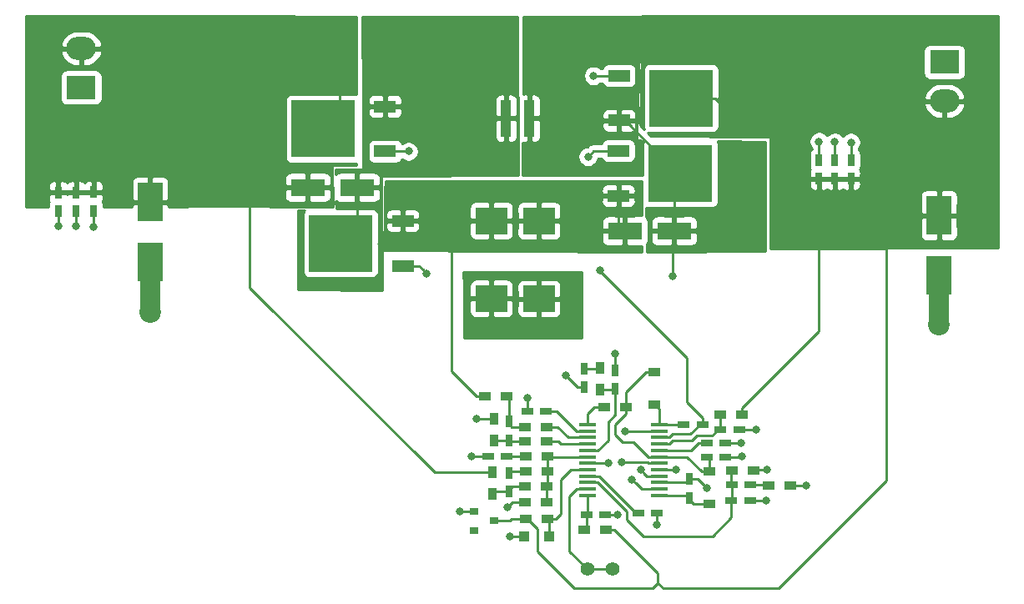
<source format=gbr>
G04 #@! TF.GenerationSoftware,KiCad,Pcbnew,(5.1.0-0)*
G04 #@! TF.CreationDate,2019-05-04T19:21:20+01:00*
G04 #@! TF.ProjectId,LTC3780,4c544333-3738-4302-9e6b-696361645f70,rev?*
G04 #@! TF.SameCoordinates,Original*
G04 #@! TF.FileFunction,Copper,L1,Top*
G04 #@! TF.FilePolarity,Positive*
%FSLAX46Y46*%
G04 Gerber Fmt 4.6, Leading zero omitted, Abs format (unit mm)*
G04 Created by KiCad (PCBNEW (5.1.0-0)) date 2019-05-04 19:21:20*
%MOMM*%
%LPD*%
G04 APERTURE LIST*
%ADD10R,1.200000X0.900000*%
%ADD11R,2.200000X1.200000*%
%ADD12R,6.400000X5.800000*%
%ADD13R,3.050000X2.750000*%
%ADD14C,1.400000*%
%ADD15R,0.980000X3.700000*%
%ADD16R,3.000000X2.350000*%
%ADD17O,3.000000X2.350000*%
%ADD18R,3.500000X1.800000*%
%ADD19R,0.900000X0.800000*%
%ADD20R,1.000000X1.000000*%
%ADD21R,1.651000X0.431800*%
%ADD22R,3.200000X2.700000*%
%ADD23R,0.900000X1.200000*%
%ADD24R,2.500000X4.000000*%
%ADD25R,1.200000X0.750000*%
%ADD26R,0.750000X1.200000*%
%ADD27C,2.200000*%
%ADD28C,0.800000*%
%ADD29C,0.250000*%
%ADD30C,2.000000*%
%ADD31C,0.254000*%
G04 APERTURE END LIST*
D10*
X188015880Y-97270840D03*
X188015880Y-93970840D03*
D11*
X155121720Y-61451840D03*
X155121720Y-56891840D03*
D12*
X148821720Y-59171840D03*
D13*
X147146720Y-57646840D03*
X150496720Y-60696840D03*
X147146720Y-60696840D03*
X150496720Y-57646840D03*
D10*
X171523840Y-97068640D03*
X169323840Y-97068640D03*
X169407660Y-98752660D03*
X171607660Y-98752660D03*
D14*
X178181000Y-103852980D03*
X175641000Y-103852980D03*
D15*
X169774960Y-58102500D03*
X167404960Y-58102500D03*
D16*
X124302520Y-54975900D03*
D17*
X124302520Y-51015900D03*
D16*
X211874100Y-52390040D03*
D17*
X211874100Y-56350040D03*
D18*
X184452260Y-69517260D03*
X179452260Y-69517260D03*
X147288880Y-65107820D03*
X152288880Y-65107820D03*
D10*
X182468520Y-87154020D03*
X182468520Y-83854020D03*
D19*
X164168580Y-98005860D03*
X164168580Y-99905860D03*
X166168580Y-98955860D03*
D20*
X171737340Y-100530660D03*
X169237340Y-100530660D03*
D21*
X182905400Y-89204800D03*
X182905400Y-89865200D03*
X182905400Y-90500200D03*
X182905400Y-91160600D03*
X182905400Y-91821000D03*
X182905400Y-92456000D03*
X182905400Y-93116400D03*
X182905400Y-93751400D03*
X182905400Y-94411800D03*
X182905400Y-95072200D03*
X182905400Y-95707200D03*
X182905400Y-96367600D03*
X175641000Y-96367600D03*
X175641000Y-95707200D03*
X175641000Y-95072200D03*
X175641000Y-94411800D03*
X175641000Y-93751400D03*
X175641000Y-93116400D03*
X175641000Y-92456000D03*
X175641000Y-91821000D03*
X175641000Y-91160600D03*
X175641000Y-90500200D03*
X175641000Y-89865200D03*
X175641000Y-89204800D03*
D10*
X177536020Y-99842320D03*
X175336020Y-99842320D03*
X190299160Y-93886020D03*
X192499160Y-93886020D03*
D22*
X170746420Y-68506340D03*
X170746420Y-76406340D03*
X165910260Y-68495880D03*
X165910260Y-76395880D03*
D10*
X194043120Y-95351600D03*
X196243120Y-95351600D03*
X169372100Y-93929200D03*
X171572100Y-93929200D03*
X169372100Y-92443300D03*
X171572100Y-92443300D03*
X169354320Y-95440500D03*
X171554320Y-95440500D03*
D23*
X176933860Y-85603260D03*
X176933860Y-83403260D03*
X166151560Y-90777240D03*
X166151560Y-88577240D03*
D10*
X167426820Y-86288880D03*
X165226820Y-86288880D03*
D23*
X166004240Y-94030620D03*
X166004240Y-96230620D03*
D10*
X191338380Y-88198960D03*
X189138380Y-88198960D03*
X171549240Y-90916760D03*
X169349240Y-90916760D03*
X171544160Y-89405460D03*
X169344160Y-89405460D03*
X179598500Y-87388700D03*
X177398500Y-87388700D03*
D24*
X131292600Y-66596800D03*
X131292600Y-72696800D03*
X211328000Y-67958240D03*
X211328000Y-74058240D03*
D25*
X175549520Y-98298000D03*
X177449520Y-98298000D03*
D26*
X185994040Y-96624180D03*
X185994040Y-94724180D03*
D25*
X190261200Y-96901000D03*
X192161200Y-96901000D03*
X190286600Y-95326200D03*
X192186600Y-95326200D03*
X180817480Y-98193860D03*
X182717480Y-98193860D03*
X187744060Y-92450920D03*
X189644060Y-92450920D03*
X167485100Y-92412820D03*
X165585100Y-92412820D03*
D26*
X167675560Y-94076480D03*
X167675560Y-95976480D03*
D25*
X189656760Y-91066620D03*
X187756760Y-91066620D03*
X189146140Y-89662000D03*
X191046140Y-89662000D03*
D26*
X178465480Y-85587880D03*
X178465480Y-83687880D03*
X175303180Y-83510080D03*
X175303180Y-85410080D03*
X167667940Y-88879640D03*
X167667940Y-90779640D03*
D25*
X171460200Y-87863680D03*
X169560200Y-87863680D03*
D26*
X123771660Y-65633560D03*
X123771660Y-67533560D03*
X125547120Y-65590380D03*
X125547120Y-67490380D03*
X121968260Y-65625940D03*
X121968260Y-67525940D03*
D25*
X185409800Y-89156540D03*
X187309800Y-89156540D03*
D26*
X199158860Y-64236640D03*
X199158860Y-62336640D03*
X202382120Y-64234100D03*
X202382120Y-62334100D03*
X200756520Y-64234100D03*
X200756520Y-62334100D03*
D13*
X183498040Y-57570100D03*
X186848040Y-54520100D03*
X183498040Y-54520100D03*
X186848040Y-57570100D03*
D12*
X185173040Y-56045100D03*
D11*
X178873040Y-58325100D03*
X178873040Y-53765100D03*
D13*
X152305200Y-69267340D03*
X148955200Y-72317340D03*
X152305200Y-72317340D03*
X148955200Y-69267340D03*
D12*
X150630200Y-70792340D03*
D11*
X156930200Y-68512340D03*
X156930200Y-73072340D03*
X178797420Y-61400340D03*
X178797420Y-65960340D03*
D12*
X185097420Y-63680340D03*
D13*
X186772420Y-65205340D03*
X183422420Y-62155340D03*
X186772420Y-62155340D03*
X183422420Y-65205340D03*
D27*
X211328000Y-79006700D03*
X131292600Y-77744320D03*
D28*
X177784760Y-93118940D03*
X167779700Y-100535740D03*
X167543480Y-97571560D03*
X164429440Y-88582500D03*
X163906200Y-92415360D03*
X169560240Y-86507320D03*
X193837560Y-93761560D03*
X193802000Y-96895920D03*
X197815200Y-95351600D03*
X162681920Y-98008440D03*
X199151240Y-60446920D03*
X200764140Y-60515500D03*
X202377040Y-60540900D03*
X184617360Y-93741240D03*
X178465480Y-81968340D03*
X173448980Y-84190840D03*
X174017940Y-79496920D03*
X172676820Y-79512160D03*
X171383960Y-79512160D03*
X170045380Y-79547720D03*
X168821100Y-79562960D03*
X174066200Y-78290420D03*
X174101760Y-77081380D03*
X174083980Y-75826620D03*
X174083980Y-74569320D03*
X163908740Y-79547720D03*
X167627300Y-79532480D03*
X166453820Y-79532480D03*
X165229540Y-79547720D03*
X168341040Y-78455520D03*
X191239140Y-91059000D03*
X192740280Y-89677240D03*
X191297560Y-92417900D03*
X182727600Y-99341940D03*
X178714400Y-98320860D03*
X121947940Y-69029580D03*
X123758960Y-69057520D03*
X125562360Y-69088000D03*
X176905920Y-73568560D03*
X165963600Y-62677040D03*
X187759340Y-95603060D03*
X184302400Y-74107040D03*
X157520640Y-61452760D03*
X179438300Y-89893140D03*
X179105419Y-93019739D03*
X159354520Y-73870820D03*
X175707040Y-61991240D03*
X181058820Y-93759020D03*
X176281080Y-53784500D03*
X180169820Y-94749620D03*
D29*
X167751760Y-98955860D02*
X167954960Y-98752660D01*
X166168580Y-98955860D02*
X167751760Y-98955860D01*
X169407660Y-98752660D02*
X167954960Y-98752660D01*
X169557660Y-98752660D02*
X170578780Y-99773780D01*
X169407660Y-98752660D02*
X169557660Y-98752660D01*
X170578780Y-99773780D02*
X170578780Y-102095300D01*
X170578780Y-102095300D02*
X174292260Y-105808780D01*
X177536020Y-99842320D02*
X178386020Y-99842320D01*
X178386020Y-99842320D02*
X182791100Y-104247400D01*
X182232300Y-105808780D02*
X182791100Y-105249980D01*
X181894480Y-105808780D02*
X182232300Y-105808780D01*
X182791100Y-104247400D02*
X182791100Y-105249980D01*
X188623040Y-56045100D02*
X191752320Y-59174380D01*
X185173040Y-56045100D02*
X188623040Y-56045100D01*
X191752320Y-59174380D02*
X194312540Y-59174380D01*
X194312540Y-59174380D02*
X197482460Y-62344300D01*
X197482460Y-62344300D02*
X197482460Y-63378080D01*
X198341020Y-64236640D02*
X199158860Y-64236640D01*
X197482460Y-63378080D02*
X198341020Y-64236640D01*
X183349900Y-105808780D02*
X182791100Y-105249980D01*
X191338380Y-88198960D02*
X191338380Y-87498960D01*
X195087240Y-105808780D02*
X183349900Y-105808780D01*
X191338380Y-87498960D02*
X199158860Y-79678480D01*
X195087240Y-105808780D02*
X206004160Y-94891860D01*
X206004160Y-94891860D02*
X206004160Y-70490080D01*
X199158860Y-79678480D02*
X199158860Y-70530720D01*
X183393080Y-105808780D02*
X195087240Y-105808780D01*
X174292260Y-105808780D02*
X181894480Y-105808780D01*
X199158860Y-79678480D02*
X199158860Y-76644820D01*
D30*
X211274660Y-79082900D02*
X211274660Y-74556080D01*
X131292600Y-72696800D02*
X131292600Y-77744320D01*
D29*
X177782220Y-93116400D02*
X177784760Y-93118940D01*
X175641000Y-93116400D02*
X177782220Y-93116400D01*
X167784780Y-100530660D02*
X167779700Y-100535740D01*
X169237340Y-100530660D02*
X167784780Y-100530660D01*
X168046400Y-97068640D02*
X167543480Y-97571560D01*
X169323840Y-97068640D02*
X168046400Y-97068640D01*
X164434700Y-88577240D02*
X164429440Y-88582500D01*
X166151560Y-88577240D02*
X164434700Y-88577240D01*
X163908740Y-92412820D02*
X163906200Y-92415360D01*
X165585100Y-92412820D02*
X163908740Y-92412820D01*
X169560200Y-86507360D02*
X169560240Y-86507320D01*
X169560200Y-87863680D02*
X169560200Y-86507360D01*
X193827400Y-93751400D02*
X193837560Y-93761560D01*
X192450900Y-93751400D02*
X193827400Y-93751400D01*
X193796920Y-96901000D02*
X193802000Y-96895920D01*
X192161200Y-96901000D02*
X193796920Y-96901000D01*
X196243120Y-95351600D02*
X197815200Y-95351600D01*
X162684500Y-98005860D02*
X162681920Y-98008440D01*
X164168580Y-98005860D02*
X162684500Y-98005860D01*
X199158860Y-60454540D02*
X199151240Y-60446920D01*
X199158860Y-62336640D02*
X199158860Y-60454540D01*
X200756520Y-60523120D02*
X200764140Y-60515500D01*
X200756520Y-62334100D02*
X200756520Y-60523120D01*
X202382120Y-60545980D02*
X202377040Y-60540900D01*
X202382120Y-62334100D02*
X202382120Y-60545980D01*
X184607200Y-93751400D02*
X184617360Y-93741240D01*
X182905400Y-93751400D02*
X184607200Y-93751400D01*
X185361540Y-89204800D02*
X185409800Y-89156540D01*
X182905400Y-89204800D02*
X185361540Y-89204800D01*
X182905400Y-87590900D02*
X182468520Y-87154020D01*
X182905400Y-89204800D02*
X182905400Y-87590900D01*
X183980900Y-90500200D02*
X184337960Y-90143140D01*
X182905400Y-90500200D02*
X183980900Y-90500200D01*
X187084800Y-89156540D02*
X187309800Y-89156540D01*
X186098200Y-90143140D02*
X187084800Y-89156540D01*
X184337960Y-90143140D02*
X186098200Y-90143140D01*
X172563980Y-87863680D02*
X172310200Y-87863680D01*
X174565500Y-89865200D02*
X172563980Y-87863680D01*
X175641000Y-89865200D02*
X174565500Y-89865200D01*
X167667940Y-88879640D02*
X167667940Y-89138760D01*
X167934640Y-89405460D02*
X169344160Y-89405460D01*
X167667940Y-89138760D02*
X167934640Y-89405460D01*
X167667940Y-86530000D02*
X167426820Y-86288880D01*
X167667940Y-88879640D02*
X167667940Y-86530000D01*
X167805060Y-90916760D02*
X167667940Y-90779640D01*
X169349240Y-90916760D02*
X167805060Y-90916760D01*
X166153960Y-90779640D02*
X166151560Y-90777240D01*
X167667940Y-90779640D02*
X166153960Y-90779640D01*
X178465480Y-83687880D02*
X178465480Y-81968340D01*
X174668220Y-85410080D02*
X173448980Y-84190840D01*
X175303180Y-85410080D02*
X174668220Y-85410080D01*
X191231520Y-91066620D02*
X191239140Y-91059000D01*
X189656760Y-91066620D02*
X191231520Y-91066620D01*
X192725040Y-89662000D02*
X192740280Y-89677240D01*
X191046140Y-89662000D02*
X192725040Y-89662000D01*
X191264540Y-92450920D02*
X191297560Y-92417900D01*
X189644060Y-92450920D02*
X191264540Y-92450920D01*
X182717480Y-99331820D02*
X182727600Y-99341940D01*
X182717480Y-98193860D02*
X182717480Y-99331820D01*
X178691540Y-98298000D02*
X178714400Y-98320860D01*
X177449520Y-98298000D02*
X178691540Y-98298000D01*
X121968260Y-69009260D02*
X121947940Y-69029580D01*
X121968260Y-67525940D02*
X121968260Y-69009260D01*
X123771660Y-69044820D02*
X123758960Y-69057520D01*
X123771660Y-67533560D02*
X123771660Y-69044820D01*
X125547120Y-69072760D02*
X125562360Y-69088000D01*
X125547120Y-67490380D02*
X125547120Y-69072760D01*
X187309800Y-88531540D02*
X185717180Y-86938920D01*
X187309800Y-89156540D02*
X187309800Y-88531540D01*
X185717180Y-86938920D02*
X185717180Y-82405220D01*
X176905920Y-73593960D02*
X176905920Y-73568560D01*
X185717180Y-82405220D02*
X176905920Y-73593960D01*
X152288880Y-69133660D02*
X150630200Y-70792340D01*
X152288880Y-65107820D02*
X152288880Y-69133660D01*
X166004240Y-94030620D02*
X160134120Y-94030620D01*
X160134120Y-94030620D02*
X141391640Y-75288140D01*
X141391640Y-75288140D02*
X141391640Y-65979040D01*
X150496720Y-57646840D02*
X150496720Y-54118960D01*
X150426420Y-54048660D02*
X150426420Y-54008020D01*
X150496720Y-54118960D02*
X150426420Y-54048660D01*
X172310200Y-87863680D02*
X171460200Y-87863680D01*
X176827040Y-83510080D02*
X176933860Y-83403260D01*
X175303180Y-83510080D02*
X176827040Y-83510080D01*
X176716500Y-91821000D02*
X177739040Y-90798460D01*
X175641000Y-91821000D02*
X176716500Y-91821000D01*
X177739040Y-90798460D02*
X177739040Y-88950800D01*
X177739040Y-88950800D02*
X178475640Y-88214200D01*
X178450100Y-85603260D02*
X178465480Y-85587880D01*
X176933860Y-85603260D02*
X178450100Y-85603260D01*
X178465480Y-88204040D02*
X178465480Y-85587880D01*
X178475640Y-88214200D02*
X178465480Y-88204040D01*
X183980900Y-91160600D02*
X184321260Y-90820240D01*
X182905400Y-91160600D02*
X183980900Y-91160600D01*
X184321260Y-90820240D02*
X186232800Y-90820240D01*
X188921140Y-89662000D02*
X189146140Y-89662000D01*
X186766040Y-90287000D02*
X188296140Y-90287000D01*
X188296140Y-90287000D02*
X188921140Y-89662000D01*
X186232800Y-90820240D02*
X186766040Y-90287000D01*
X189138380Y-89654240D02*
X189146140Y-89662000D01*
X189138380Y-88198960D02*
X189138380Y-89654240D01*
X182905400Y-91821000D02*
X184531980Y-91821000D01*
X186906760Y-91066620D02*
X186152380Y-91821000D01*
X187756760Y-91066620D02*
X186906760Y-91066620D01*
X186152380Y-91821000D02*
X184531980Y-91821000D01*
X167822840Y-93929200D02*
X167675560Y-94076480D01*
X169372100Y-93929200D02*
X167822840Y-93929200D01*
X167675560Y-95976480D02*
X167675560Y-95768160D01*
X168003220Y-95440500D02*
X169354320Y-95440500D01*
X167675560Y-95768160D02*
X168003220Y-95440500D01*
X166258380Y-95976480D02*
X166004240Y-96230620D01*
X167675560Y-95976480D02*
X166258380Y-95976480D01*
X167515580Y-92443300D02*
X167485100Y-92412820D01*
X169372100Y-92443300D02*
X167515580Y-92443300D01*
X182905400Y-92456000D02*
X185524100Y-92456000D01*
X179598500Y-86688700D02*
X179598500Y-87388700D01*
X181618520Y-83854020D02*
X179598500Y-85874040D01*
X182468520Y-83854020D02*
X181618520Y-83854020D01*
X181829900Y-92456000D02*
X180361780Y-90987880D01*
X182905400Y-92456000D02*
X181829900Y-92456000D01*
X180361780Y-90987880D02*
X179227480Y-90987880D01*
X179227480Y-90987880D02*
X178488340Y-90248740D01*
X178488340Y-89198860D02*
X179598500Y-88088700D01*
X179598500Y-88088700D02*
X179598500Y-87388700D01*
X178488340Y-90248740D02*
X178488340Y-89198860D01*
X187263940Y-93970840D02*
X185749100Y-92456000D01*
X188015880Y-93970840D02*
X187263940Y-93970840D01*
X188015880Y-92722740D02*
X187744060Y-92450920D01*
X188015880Y-93970840D02*
X188015880Y-92722740D01*
X179598500Y-85874040D02*
X179598500Y-86688700D01*
X185749100Y-92456000D02*
X185524100Y-92456000D01*
X180592480Y-98193860D02*
X180817480Y-98193860D01*
X176810420Y-94411800D02*
X180592480Y-98193860D01*
X175641000Y-94411800D02*
X176810420Y-94411800D01*
X190250900Y-95290500D02*
X190286600Y-95326200D01*
X190250900Y-93751400D02*
X190250900Y-95290500D01*
X190286600Y-96875600D02*
X190261200Y-96901000D01*
X190286600Y-95326200D02*
X190286600Y-96875600D01*
X176716500Y-95072200D02*
X179608480Y-97964180D01*
X175641000Y-95072200D02*
X176716500Y-95072200D01*
X179608480Y-97964180D02*
X179608480Y-98831400D01*
X179608480Y-98831400D02*
X181295040Y-100517960D01*
X181295040Y-100517960D02*
X188361320Y-100517960D01*
X190261200Y-98618080D02*
X190261200Y-96901000D01*
X188361320Y-100517960D02*
X190261200Y-98618080D01*
X194017720Y-95326200D02*
X194043120Y-95351600D01*
X192186600Y-95326200D02*
X194017720Y-95326200D01*
X185737460Y-96367600D02*
X185994040Y-96624180D01*
X182905400Y-96367600D02*
X185737460Y-96367600D01*
X185994040Y-96837500D02*
X185994040Y-96624180D01*
X186427380Y-97270840D02*
X185994040Y-96837500D01*
X188015880Y-97270840D02*
X186427380Y-97270840D01*
X185646020Y-95072200D02*
X185994040Y-94724180D01*
X182905400Y-95072200D02*
X185646020Y-95072200D01*
X186880460Y-94724180D02*
X187759340Y-95603060D01*
X185994040Y-94724180D02*
X186880460Y-94724180D01*
X184302400Y-69667120D02*
X184452260Y-69517260D01*
X184302400Y-74107040D02*
X184302400Y-69667120D01*
X184452260Y-66235180D02*
X183422420Y-65205340D01*
X184452260Y-69517260D02*
X184452260Y-66235180D01*
X179442180Y-58325100D02*
X184797420Y-63680340D01*
X184797420Y-63680340D02*
X185097420Y-63680340D01*
X178873040Y-58325100D02*
X179442180Y-58325100D01*
X175641000Y-98206520D02*
X175549520Y-98298000D01*
X175641000Y-96367600D02*
X175641000Y-98206520D01*
X175549520Y-99628820D02*
X175336020Y-99842320D01*
X175549520Y-98298000D02*
X175549520Y-99628820D01*
X178797420Y-68862420D02*
X179452260Y-69517260D01*
X178797420Y-65960340D02*
X178797420Y-68862420D01*
X165226820Y-86288880D02*
X164376820Y-86288880D01*
X164376820Y-86288880D02*
X161899600Y-83811660D01*
X161899600Y-83811660D02*
X161899600Y-70779640D01*
X175641000Y-88738900D02*
X175638460Y-88736360D01*
X175641000Y-89204800D02*
X175641000Y-88738900D01*
X175638460Y-88736360D02*
X175638460Y-88059260D01*
X176309020Y-87388700D02*
X177398500Y-87388700D01*
X175638460Y-88059260D02*
X176309020Y-87388700D01*
X175641000Y-90500200D02*
X173743620Y-90500200D01*
X172648880Y-89405460D02*
X171544160Y-89405460D01*
X173743620Y-90500200D02*
X172648880Y-89405460D01*
X172669200Y-90916760D02*
X171549240Y-90916760D01*
X172913040Y-91160600D02*
X172669200Y-90916760D01*
X175641000Y-91160600D02*
X172913040Y-91160600D01*
X171584800Y-92456000D02*
X171572100Y-92443300D01*
X175641000Y-92456000D02*
X171584800Y-92456000D01*
X171572100Y-93929200D02*
X171572100Y-92443300D01*
X171574640Y-93931740D02*
X171572100Y-93929200D01*
X171574640Y-95440500D02*
X171574640Y-93931740D01*
X171523840Y-95470980D02*
X171554320Y-95440500D01*
X171523840Y-97068640D02*
X171523840Y-95470980D01*
X174565500Y-93751400D02*
X174560420Y-93756480D01*
X175641000Y-93751400D02*
X174565500Y-93751400D01*
X174560420Y-93756480D02*
X174012860Y-93756480D01*
X174012860Y-93756480D02*
X173037500Y-94731840D01*
X172457660Y-98752660D02*
X172948600Y-98261720D01*
X171607660Y-98752660D02*
X172457660Y-98752660D01*
X172948600Y-98261720D02*
X172948600Y-94820740D01*
X171737340Y-98882340D02*
X171607660Y-98752660D01*
X171737340Y-100530660D02*
X171737340Y-98882340D01*
X172948600Y-94820740D02*
X173037500Y-94731840D01*
X157519720Y-61451840D02*
X157520640Y-61452760D01*
X155121720Y-61451840D02*
X157519720Y-61451840D01*
X182877460Y-89893140D02*
X182905400Y-89865200D01*
X179438300Y-89893140D02*
X182877460Y-89893140D01*
X181733239Y-93019739D02*
X179105419Y-93019739D01*
X181829900Y-93116400D02*
X181733239Y-93019739D01*
X182905400Y-93116400D02*
X181829900Y-93116400D01*
X156930200Y-73072340D02*
X158556040Y-73072340D01*
X158556040Y-73072340D02*
X158954521Y-73470821D01*
X158954521Y-73470821D02*
X159354520Y-73870820D01*
X177447420Y-61400340D02*
X177428020Y-61419740D01*
X178797420Y-61400340D02*
X177447420Y-61400340D01*
X176278540Y-61419740D02*
X175707040Y-61991240D01*
X177428020Y-61419740D02*
X176278540Y-61419740D01*
X181458819Y-94159019D02*
X181058820Y-93759020D01*
X182905400Y-94411800D02*
X181711600Y-94411800D01*
X181711600Y-94411800D02*
X181458819Y-94159019D01*
X176303020Y-53762560D02*
X176281080Y-53784500D01*
X178865420Y-53762560D02*
X176303020Y-53762560D01*
X181127400Y-95707200D02*
X180569819Y-95149619D01*
X182905400Y-95707200D02*
X181127400Y-95707200D01*
X180569819Y-95149619D02*
X180169820Y-94749620D01*
X174565500Y-95707200D02*
X173837600Y-96435100D01*
X175641000Y-95707200D02*
X174565500Y-95707200D01*
X173837600Y-102049580D02*
X175641000Y-103852980D01*
X173837600Y-96435100D02*
X173837600Y-102049580D01*
X175641000Y-103852980D02*
X178181000Y-103852980D01*
D31*
G36*
X217340000Y-71245404D02*
G01*
X194165220Y-71320250D01*
X194165220Y-69958240D01*
X209439928Y-69958240D01*
X209452188Y-70082722D01*
X209488498Y-70202420D01*
X209547463Y-70312734D01*
X209626815Y-70409425D01*
X209723506Y-70488777D01*
X209833820Y-70547742D01*
X209953518Y-70584052D01*
X210078000Y-70596312D01*
X211042250Y-70593240D01*
X211201000Y-70434490D01*
X211201000Y-68085240D01*
X211455000Y-68085240D01*
X211455000Y-70434490D01*
X211613750Y-70593240D01*
X212578000Y-70596312D01*
X212702482Y-70584052D01*
X212822180Y-70547742D01*
X212932494Y-70488777D01*
X213029185Y-70409425D01*
X213108537Y-70312734D01*
X213167502Y-70202420D01*
X213203812Y-70082722D01*
X213216072Y-69958240D01*
X213213000Y-68243990D01*
X213054250Y-68085240D01*
X211455000Y-68085240D01*
X211201000Y-68085240D01*
X209601750Y-68085240D01*
X209443000Y-68243990D01*
X209439928Y-69958240D01*
X194165220Y-69958240D01*
X194165220Y-65958240D01*
X209439928Y-65958240D01*
X209443000Y-67672490D01*
X209601750Y-67831240D01*
X211201000Y-67831240D01*
X211201000Y-65481990D01*
X211455000Y-65481990D01*
X211455000Y-67831240D01*
X213054250Y-67831240D01*
X213213000Y-67672490D01*
X213216072Y-65958240D01*
X213203812Y-65833758D01*
X213167502Y-65714060D01*
X213108537Y-65603746D01*
X213029185Y-65507055D01*
X212932494Y-65427703D01*
X212822180Y-65368738D01*
X212702482Y-65332428D01*
X212578000Y-65320168D01*
X211613750Y-65323240D01*
X211455000Y-65481990D01*
X211201000Y-65481990D01*
X211042250Y-65323240D01*
X210078000Y-65320168D01*
X209953518Y-65332428D01*
X209833820Y-65368738D01*
X209723506Y-65427703D01*
X209626815Y-65507055D01*
X209547463Y-65603746D01*
X209488498Y-65714060D01*
X209452188Y-65833758D01*
X209439928Y-65958240D01*
X194165220Y-65958240D01*
X194165220Y-64836640D01*
X198145788Y-64836640D01*
X198158048Y-64961122D01*
X198194358Y-65080820D01*
X198253323Y-65191134D01*
X198332675Y-65287825D01*
X198429366Y-65367177D01*
X198539680Y-65426142D01*
X198659378Y-65462452D01*
X198783860Y-65474712D01*
X198873110Y-65471640D01*
X199031860Y-65312890D01*
X199031860Y-64363640D01*
X199285860Y-64363640D01*
X199285860Y-65312890D01*
X199444610Y-65471640D01*
X199533860Y-65474712D01*
X199658342Y-65462452D01*
X199778040Y-65426142D01*
X199888354Y-65367177D01*
X199959238Y-65309005D01*
X200027026Y-65364637D01*
X200137340Y-65423602D01*
X200257038Y-65459912D01*
X200381520Y-65472172D01*
X200470770Y-65469100D01*
X200629520Y-65310350D01*
X200629520Y-64361100D01*
X200883520Y-64361100D01*
X200883520Y-65310350D01*
X201042270Y-65469100D01*
X201131520Y-65472172D01*
X201256002Y-65459912D01*
X201375700Y-65423602D01*
X201486014Y-65364637D01*
X201569320Y-65296270D01*
X201652626Y-65364637D01*
X201762940Y-65423602D01*
X201882638Y-65459912D01*
X202007120Y-65472172D01*
X202096370Y-65469100D01*
X202255120Y-65310350D01*
X202255120Y-64361100D01*
X202509120Y-64361100D01*
X202509120Y-65310350D01*
X202667870Y-65469100D01*
X202757120Y-65472172D01*
X202881602Y-65459912D01*
X203001300Y-65423602D01*
X203111614Y-65364637D01*
X203208305Y-65285285D01*
X203287657Y-65188594D01*
X203346622Y-65078280D01*
X203382932Y-64958582D01*
X203395192Y-64834100D01*
X203392120Y-64519850D01*
X203233370Y-64361100D01*
X202509120Y-64361100D01*
X202255120Y-64361100D01*
X200883520Y-64361100D01*
X200629520Y-64361100D01*
X199905270Y-64361100D01*
X199902730Y-64363640D01*
X199285860Y-64363640D01*
X199031860Y-64363640D01*
X198307610Y-64363640D01*
X198148860Y-64522390D01*
X198145788Y-64836640D01*
X194165220Y-64836640D01*
X194165220Y-60344981D01*
X198116240Y-60344981D01*
X198116240Y-60548859D01*
X198156014Y-60748818D01*
X198234035Y-60937176D01*
X198347303Y-61106694D01*
X198398861Y-61158252D01*
X198398861Y-61231138D01*
X198332675Y-61285455D01*
X198253323Y-61382146D01*
X198194358Y-61492460D01*
X198158048Y-61612158D01*
X198145788Y-61736640D01*
X198145788Y-62936640D01*
X198158048Y-63061122D01*
X198194358Y-63180820D01*
X198250921Y-63286640D01*
X198194358Y-63392460D01*
X198158048Y-63512158D01*
X198145788Y-63636640D01*
X198148860Y-63950890D01*
X198307610Y-64109640D01*
X199031860Y-64109640D01*
X199031860Y-64089640D01*
X199285860Y-64089640D01*
X199285860Y-64109640D01*
X200010110Y-64109640D01*
X200012650Y-64107100D01*
X200629520Y-64107100D01*
X200629520Y-64087100D01*
X200883520Y-64087100D01*
X200883520Y-64107100D01*
X202255120Y-64107100D01*
X202255120Y-64087100D01*
X202509120Y-64087100D01*
X202509120Y-64107100D01*
X203233370Y-64107100D01*
X203392120Y-63948350D01*
X203395192Y-63634100D01*
X203382932Y-63509618D01*
X203346622Y-63389920D01*
X203290059Y-63284100D01*
X203346622Y-63178280D01*
X203382932Y-63058582D01*
X203395192Y-62934100D01*
X203395192Y-61734100D01*
X203382932Y-61609618D01*
X203346622Y-61489920D01*
X203287657Y-61379606D01*
X203208305Y-61282915D01*
X203148125Y-61233526D01*
X203180977Y-61200674D01*
X203294245Y-61031156D01*
X203372266Y-60842798D01*
X203412040Y-60642839D01*
X203412040Y-60438961D01*
X203372266Y-60239002D01*
X203294245Y-60050644D01*
X203180977Y-59881126D01*
X203036814Y-59736963D01*
X202867296Y-59623695D01*
X202678938Y-59545674D01*
X202478979Y-59505900D01*
X202275101Y-59505900D01*
X202075142Y-59545674D01*
X201886784Y-59623695D01*
X201717266Y-59736963D01*
X201580264Y-59873965D01*
X201568077Y-59855726D01*
X201423914Y-59711563D01*
X201254396Y-59598295D01*
X201066038Y-59520274D01*
X200866079Y-59480500D01*
X200662201Y-59480500D01*
X200462242Y-59520274D01*
X200273884Y-59598295D01*
X200104366Y-59711563D01*
X199984659Y-59831270D01*
X199955177Y-59787146D01*
X199811014Y-59642983D01*
X199641496Y-59529715D01*
X199453138Y-59451694D01*
X199253179Y-59411920D01*
X199049301Y-59411920D01*
X198849342Y-59451694D01*
X198660984Y-59529715D01*
X198491466Y-59642983D01*
X198347303Y-59787146D01*
X198234035Y-59956664D01*
X198156014Y-60145022D01*
X198116240Y-60344981D01*
X194165220Y-60344981D01*
X194165220Y-60091320D01*
X194162780Y-60066544D01*
X194155553Y-60042719D01*
X194143817Y-60020763D01*
X194128023Y-60001517D01*
X194108777Y-59985723D01*
X194086821Y-59973987D01*
X194062996Y-59966760D01*
X194038587Y-59964321D01*
X182121727Y-59929846D01*
X181723754Y-59531873D01*
X181728860Y-59534602D01*
X181848558Y-59570912D01*
X181973040Y-59583172D01*
X184113033Y-59580916D01*
X185023040Y-59583172D01*
X185147522Y-59570912D01*
X185173040Y-59563171D01*
X185198558Y-59570912D01*
X185323040Y-59583172D01*
X186233047Y-59580916D01*
X188373040Y-59583172D01*
X188497522Y-59570912D01*
X188617220Y-59534602D01*
X188727534Y-59475637D01*
X188824225Y-59396285D01*
X188903577Y-59299594D01*
X188962542Y-59189280D01*
X188998852Y-59069582D01*
X189011112Y-58945100D01*
X189008831Y-57003913D01*
X189009524Y-56757925D01*
X209785657Y-56757925D01*
X209828278Y-56925364D01*
X209973583Y-57250025D01*
X210179434Y-57540100D01*
X210437921Y-57784442D01*
X210739110Y-57973661D01*
X211071427Y-58100485D01*
X211422100Y-58160040D01*
X211747100Y-58160040D01*
X211747100Y-56477040D01*
X212001100Y-56477040D01*
X212001100Y-58160040D01*
X212326100Y-58160040D01*
X212676773Y-58100485D01*
X213009090Y-57973661D01*
X213310279Y-57784442D01*
X213568766Y-57540100D01*
X213774617Y-57250025D01*
X213919922Y-56925364D01*
X213962543Y-56757925D01*
X213845459Y-56477040D01*
X212001100Y-56477040D01*
X211747100Y-56477040D01*
X209902741Y-56477040D01*
X209785657Y-56757925D01*
X189009524Y-56757925D01*
X189011112Y-56195100D01*
X188998852Y-56070618D01*
X188991111Y-56045100D01*
X188998852Y-56019582D01*
X189006477Y-55942155D01*
X209785657Y-55942155D01*
X209902741Y-56223040D01*
X211747100Y-56223040D01*
X211747100Y-56203040D01*
X212001100Y-56203040D01*
X212001100Y-56223040D01*
X213845459Y-56223040D01*
X213962543Y-55942155D01*
X213919922Y-55774716D01*
X213774617Y-55450055D01*
X213568766Y-55159980D01*
X213310279Y-54915638D01*
X213009090Y-54726419D01*
X212676773Y-54599595D01*
X212326100Y-54540040D01*
X211422100Y-54540040D01*
X211071427Y-54599595D01*
X210739110Y-54726419D01*
X210437921Y-54915638D01*
X210179434Y-55159980D01*
X209973583Y-55450055D01*
X209828278Y-55774716D01*
X209785657Y-55942155D01*
X189006477Y-55942155D01*
X189011112Y-55895100D01*
X189008831Y-55086287D01*
X189011112Y-53145100D01*
X188998852Y-53020618D01*
X188962542Y-52900920D01*
X188903577Y-52790606D01*
X188824225Y-52693915D01*
X188727534Y-52614563D01*
X188617220Y-52555598D01*
X188497522Y-52519288D01*
X188373040Y-52507028D01*
X186233047Y-52509284D01*
X185323040Y-52507028D01*
X185198558Y-52519288D01*
X185173040Y-52527029D01*
X185147522Y-52519288D01*
X185023040Y-52507028D01*
X184113033Y-52509284D01*
X181973040Y-52507028D01*
X181848558Y-52519288D01*
X181728860Y-52555598D01*
X181618546Y-52614563D01*
X181521855Y-52693915D01*
X181442503Y-52790606D01*
X181383538Y-52900920D01*
X181347228Y-53020618D01*
X181334968Y-53145100D01*
X181337249Y-55086287D01*
X181334968Y-55895100D01*
X181347228Y-56019582D01*
X181354969Y-56045100D01*
X181347228Y-56070618D01*
X181334968Y-56195100D01*
X181337249Y-57003913D01*
X181334968Y-58945100D01*
X181347228Y-59069582D01*
X181383538Y-59189280D01*
X181386267Y-59194386D01*
X181014895Y-58823014D01*
X181135853Y-51215040D01*
X209736028Y-51215040D01*
X209736028Y-53565040D01*
X209748288Y-53689522D01*
X209784598Y-53809220D01*
X209843563Y-53919534D01*
X209922915Y-54016225D01*
X210019606Y-54095577D01*
X210129920Y-54154542D01*
X210249618Y-54190852D01*
X210374100Y-54203112D01*
X213374100Y-54203112D01*
X213498582Y-54190852D01*
X213618280Y-54154542D01*
X213728594Y-54095577D01*
X213825285Y-54016225D01*
X213904637Y-53919534D01*
X213963602Y-53809220D01*
X213999912Y-53689522D01*
X214012172Y-53565040D01*
X214012172Y-51215040D01*
X213999912Y-51090558D01*
X213963602Y-50970860D01*
X213904637Y-50860546D01*
X213825285Y-50763855D01*
X213728594Y-50684503D01*
X213618280Y-50625538D01*
X213498582Y-50589228D01*
X213374100Y-50576968D01*
X210374100Y-50576968D01*
X210249618Y-50589228D01*
X210129920Y-50625538D01*
X210019606Y-50684503D01*
X209922915Y-50763855D01*
X209843563Y-50860546D01*
X209784598Y-50970860D01*
X209748288Y-51090558D01*
X209736028Y-51215040D01*
X181135853Y-51215040D01*
X181191443Y-47718579D01*
X194655793Y-47675400D01*
X217340000Y-47675400D01*
X217340000Y-71245404D01*
X217340000Y-71245404D01*
G37*
X217340000Y-71245404D02*
X194165220Y-71320250D01*
X194165220Y-69958240D01*
X209439928Y-69958240D01*
X209452188Y-70082722D01*
X209488498Y-70202420D01*
X209547463Y-70312734D01*
X209626815Y-70409425D01*
X209723506Y-70488777D01*
X209833820Y-70547742D01*
X209953518Y-70584052D01*
X210078000Y-70596312D01*
X211042250Y-70593240D01*
X211201000Y-70434490D01*
X211201000Y-68085240D01*
X211455000Y-68085240D01*
X211455000Y-70434490D01*
X211613750Y-70593240D01*
X212578000Y-70596312D01*
X212702482Y-70584052D01*
X212822180Y-70547742D01*
X212932494Y-70488777D01*
X213029185Y-70409425D01*
X213108537Y-70312734D01*
X213167502Y-70202420D01*
X213203812Y-70082722D01*
X213216072Y-69958240D01*
X213213000Y-68243990D01*
X213054250Y-68085240D01*
X211455000Y-68085240D01*
X211201000Y-68085240D01*
X209601750Y-68085240D01*
X209443000Y-68243990D01*
X209439928Y-69958240D01*
X194165220Y-69958240D01*
X194165220Y-65958240D01*
X209439928Y-65958240D01*
X209443000Y-67672490D01*
X209601750Y-67831240D01*
X211201000Y-67831240D01*
X211201000Y-65481990D01*
X211455000Y-65481990D01*
X211455000Y-67831240D01*
X213054250Y-67831240D01*
X213213000Y-67672490D01*
X213216072Y-65958240D01*
X213203812Y-65833758D01*
X213167502Y-65714060D01*
X213108537Y-65603746D01*
X213029185Y-65507055D01*
X212932494Y-65427703D01*
X212822180Y-65368738D01*
X212702482Y-65332428D01*
X212578000Y-65320168D01*
X211613750Y-65323240D01*
X211455000Y-65481990D01*
X211201000Y-65481990D01*
X211042250Y-65323240D01*
X210078000Y-65320168D01*
X209953518Y-65332428D01*
X209833820Y-65368738D01*
X209723506Y-65427703D01*
X209626815Y-65507055D01*
X209547463Y-65603746D01*
X209488498Y-65714060D01*
X209452188Y-65833758D01*
X209439928Y-65958240D01*
X194165220Y-65958240D01*
X194165220Y-64836640D01*
X198145788Y-64836640D01*
X198158048Y-64961122D01*
X198194358Y-65080820D01*
X198253323Y-65191134D01*
X198332675Y-65287825D01*
X198429366Y-65367177D01*
X198539680Y-65426142D01*
X198659378Y-65462452D01*
X198783860Y-65474712D01*
X198873110Y-65471640D01*
X199031860Y-65312890D01*
X199031860Y-64363640D01*
X199285860Y-64363640D01*
X199285860Y-65312890D01*
X199444610Y-65471640D01*
X199533860Y-65474712D01*
X199658342Y-65462452D01*
X199778040Y-65426142D01*
X199888354Y-65367177D01*
X199959238Y-65309005D01*
X200027026Y-65364637D01*
X200137340Y-65423602D01*
X200257038Y-65459912D01*
X200381520Y-65472172D01*
X200470770Y-65469100D01*
X200629520Y-65310350D01*
X200629520Y-64361100D01*
X200883520Y-64361100D01*
X200883520Y-65310350D01*
X201042270Y-65469100D01*
X201131520Y-65472172D01*
X201256002Y-65459912D01*
X201375700Y-65423602D01*
X201486014Y-65364637D01*
X201569320Y-65296270D01*
X201652626Y-65364637D01*
X201762940Y-65423602D01*
X201882638Y-65459912D01*
X202007120Y-65472172D01*
X202096370Y-65469100D01*
X202255120Y-65310350D01*
X202255120Y-64361100D01*
X202509120Y-64361100D01*
X202509120Y-65310350D01*
X202667870Y-65469100D01*
X202757120Y-65472172D01*
X202881602Y-65459912D01*
X203001300Y-65423602D01*
X203111614Y-65364637D01*
X203208305Y-65285285D01*
X203287657Y-65188594D01*
X203346622Y-65078280D01*
X203382932Y-64958582D01*
X203395192Y-64834100D01*
X203392120Y-64519850D01*
X203233370Y-64361100D01*
X202509120Y-64361100D01*
X202255120Y-64361100D01*
X200883520Y-64361100D01*
X200629520Y-64361100D01*
X199905270Y-64361100D01*
X199902730Y-64363640D01*
X199285860Y-64363640D01*
X199031860Y-64363640D01*
X198307610Y-64363640D01*
X198148860Y-64522390D01*
X198145788Y-64836640D01*
X194165220Y-64836640D01*
X194165220Y-60344981D01*
X198116240Y-60344981D01*
X198116240Y-60548859D01*
X198156014Y-60748818D01*
X198234035Y-60937176D01*
X198347303Y-61106694D01*
X198398861Y-61158252D01*
X198398861Y-61231138D01*
X198332675Y-61285455D01*
X198253323Y-61382146D01*
X198194358Y-61492460D01*
X198158048Y-61612158D01*
X198145788Y-61736640D01*
X198145788Y-62936640D01*
X198158048Y-63061122D01*
X198194358Y-63180820D01*
X198250921Y-63286640D01*
X198194358Y-63392460D01*
X198158048Y-63512158D01*
X198145788Y-63636640D01*
X198148860Y-63950890D01*
X198307610Y-64109640D01*
X199031860Y-64109640D01*
X199031860Y-64089640D01*
X199285860Y-64089640D01*
X199285860Y-64109640D01*
X200010110Y-64109640D01*
X200012650Y-64107100D01*
X200629520Y-64107100D01*
X200629520Y-64087100D01*
X200883520Y-64087100D01*
X200883520Y-64107100D01*
X202255120Y-64107100D01*
X202255120Y-64087100D01*
X202509120Y-64087100D01*
X202509120Y-64107100D01*
X203233370Y-64107100D01*
X203392120Y-63948350D01*
X203395192Y-63634100D01*
X203382932Y-63509618D01*
X203346622Y-63389920D01*
X203290059Y-63284100D01*
X203346622Y-63178280D01*
X203382932Y-63058582D01*
X203395192Y-62934100D01*
X203395192Y-61734100D01*
X203382932Y-61609618D01*
X203346622Y-61489920D01*
X203287657Y-61379606D01*
X203208305Y-61282915D01*
X203148125Y-61233526D01*
X203180977Y-61200674D01*
X203294245Y-61031156D01*
X203372266Y-60842798D01*
X203412040Y-60642839D01*
X203412040Y-60438961D01*
X203372266Y-60239002D01*
X203294245Y-60050644D01*
X203180977Y-59881126D01*
X203036814Y-59736963D01*
X202867296Y-59623695D01*
X202678938Y-59545674D01*
X202478979Y-59505900D01*
X202275101Y-59505900D01*
X202075142Y-59545674D01*
X201886784Y-59623695D01*
X201717266Y-59736963D01*
X201580264Y-59873965D01*
X201568077Y-59855726D01*
X201423914Y-59711563D01*
X201254396Y-59598295D01*
X201066038Y-59520274D01*
X200866079Y-59480500D01*
X200662201Y-59480500D01*
X200462242Y-59520274D01*
X200273884Y-59598295D01*
X200104366Y-59711563D01*
X199984659Y-59831270D01*
X199955177Y-59787146D01*
X199811014Y-59642983D01*
X199641496Y-59529715D01*
X199453138Y-59451694D01*
X199253179Y-59411920D01*
X199049301Y-59411920D01*
X198849342Y-59451694D01*
X198660984Y-59529715D01*
X198491466Y-59642983D01*
X198347303Y-59787146D01*
X198234035Y-59956664D01*
X198156014Y-60145022D01*
X198116240Y-60344981D01*
X194165220Y-60344981D01*
X194165220Y-60091320D01*
X194162780Y-60066544D01*
X194155553Y-60042719D01*
X194143817Y-60020763D01*
X194128023Y-60001517D01*
X194108777Y-59985723D01*
X194086821Y-59973987D01*
X194062996Y-59966760D01*
X194038587Y-59964321D01*
X182121727Y-59929846D01*
X181723754Y-59531873D01*
X181728860Y-59534602D01*
X181848558Y-59570912D01*
X181973040Y-59583172D01*
X184113033Y-59580916D01*
X185023040Y-59583172D01*
X185147522Y-59570912D01*
X185173040Y-59563171D01*
X185198558Y-59570912D01*
X185323040Y-59583172D01*
X186233047Y-59580916D01*
X188373040Y-59583172D01*
X188497522Y-59570912D01*
X188617220Y-59534602D01*
X188727534Y-59475637D01*
X188824225Y-59396285D01*
X188903577Y-59299594D01*
X188962542Y-59189280D01*
X188998852Y-59069582D01*
X189011112Y-58945100D01*
X189008831Y-57003913D01*
X189009524Y-56757925D01*
X209785657Y-56757925D01*
X209828278Y-56925364D01*
X209973583Y-57250025D01*
X210179434Y-57540100D01*
X210437921Y-57784442D01*
X210739110Y-57973661D01*
X211071427Y-58100485D01*
X211422100Y-58160040D01*
X211747100Y-58160040D01*
X211747100Y-56477040D01*
X212001100Y-56477040D01*
X212001100Y-58160040D01*
X212326100Y-58160040D01*
X212676773Y-58100485D01*
X213009090Y-57973661D01*
X213310279Y-57784442D01*
X213568766Y-57540100D01*
X213774617Y-57250025D01*
X213919922Y-56925364D01*
X213962543Y-56757925D01*
X213845459Y-56477040D01*
X212001100Y-56477040D01*
X211747100Y-56477040D01*
X209902741Y-56477040D01*
X209785657Y-56757925D01*
X189009524Y-56757925D01*
X189011112Y-56195100D01*
X188998852Y-56070618D01*
X188991111Y-56045100D01*
X188998852Y-56019582D01*
X189006477Y-55942155D01*
X209785657Y-55942155D01*
X209902741Y-56223040D01*
X211747100Y-56223040D01*
X211747100Y-56203040D01*
X212001100Y-56203040D01*
X212001100Y-56223040D01*
X213845459Y-56223040D01*
X213962543Y-55942155D01*
X213919922Y-55774716D01*
X213774617Y-55450055D01*
X213568766Y-55159980D01*
X213310279Y-54915638D01*
X213009090Y-54726419D01*
X212676773Y-54599595D01*
X212326100Y-54540040D01*
X211422100Y-54540040D01*
X211071427Y-54599595D01*
X210739110Y-54726419D01*
X210437921Y-54915638D01*
X210179434Y-55159980D01*
X209973583Y-55450055D01*
X209828278Y-55774716D01*
X209785657Y-55942155D01*
X189006477Y-55942155D01*
X189011112Y-55895100D01*
X189008831Y-55086287D01*
X189011112Y-53145100D01*
X188998852Y-53020618D01*
X188962542Y-52900920D01*
X188903577Y-52790606D01*
X188824225Y-52693915D01*
X188727534Y-52614563D01*
X188617220Y-52555598D01*
X188497522Y-52519288D01*
X188373040Y-52507028D01*
X186233047Y-52509284D01*
X185323040Y-52507028D01*
X185198558Y-52519288D01*
X185173040Y-52527029D01*
X185147522Y-52519288D01*
X185023040Y-52507028D01*
X184113033Y-52509284D01*
X181973040Y-52507028D01*
X181848558Y-52519288D01*
X181728860Y-52555598D01*
X181618546Y-52614563D01*
X181521855Y-52693915D01*
X181442503Y-52790606D01*
X181383538Y-52900920D01*
X181347228Y-53020618D01*
X181334968Y-53145100D01*
X181337249Y-55086287D01*
X181334968Y-55895100D01*
X181347228Y-56019582D01*
X181354969Y-56045100D01*
X181347228Y-56070618D01*
X181334968Y-56195100D01*
X181337249Y-57003913D01*
X181334968Y-58945100D01*
X181347228Y-59069582D01*
X181383538Y-59189280D01*
X181386267Y-59194386D01*
X181014895Y-58823014D01*
X181135853Y-51215040D01*
X209736028Y-51215040D01*
X209736028Y-53565040D01*
X209748288Y-53689522D01*
X209784598Y-53809220D01*
X209843563Y-53919534D01*
X209922915Y-54016225D01*
X210019606Y-54095577D01*
X210129920Y-54154542D01*
X210249618Y-54190852D01*
X210374100Y-54203112D01*
X213374100Y-54203112D01*
X213498582Y-54190852D01*
X213618280Y-54154542D01*
X213728594Y-54095577D01*
X213825285Y-54016225D01*
X213904637Y-53919534D01*
X213963602Y-53809220D01*
X213999912Y-53689522D01*
X214012172Y-53565040D01*
X214012172Y-51215040D01*
X213999912Y-51090558D01*
X213963602Y-50970860D01*
X213904637Y-50860546D01*
X213825285Y-50763855D01*
X213728594Y-50684503D01*
X213618280Y-50625538D01*
X213498582Y-50589228D01*
X213374100Y-50576968D01*
X210374100Y-50576968D01*
X210249618Y-50589228D01*
X210129920Y-50625538D01*
X210019606Y-50684503D01*
X209922915Y-50763855D01*
X209843563Y-50860546D01*
X209784598Y-50970860D01*
X209748288Y-51090558D01*
X209736028Y-51215040D01*
X181135853Y-51215040D01*
X181191443Y-47718579D01*
X194655793Y-47675400D01*
X217340000Y-47675400D01*
X217340000Y-71245404D01*
G36*
X193715414Y-60488843D02*
G01*
X193695546Y-71565283D01*
X181652428Y-71639915D01*
X181647899Y-70872997D01*
X181653445Y-70868445D01*
X181732797Y-70771754D01*
X181791762Y-70661440D01*
X181828072Y-70541742D01*
X181840332Y-70417260D01*
X182064188Y-70417260D01*
X182076448Y-70541742D01*
X182112758Y-70661440D01*
X182171723Y-70771754D01*
X182251075Y-70868445D01*
X182347766Y-70947797D01*
X182458080Y-71006762D01*
X182577778Y-71043072D01*
X182702260Y-71055332D01*
X184166510Y-71052260D01*
X184325260Y-70893510D01*
X184325260Y-69644260D01*
X184579260Y-69644260D01*
X184579260Y-70893510D01*
X184738010Y-71052260D01*
X186202260Y-71055332D01*
X186326742Y-71043072D01*
X186446440Y-71006762D01*
X186556754Y-70947797D01*
X186653445Y-70868445D01*
X186732797Y-70771754D01*
X186791762Y-70661440D01*
X186828072Y-70541742D01*
X186840332Y-70417260D01*
X186837260Y-69803010D01*
X186678510Y-69644260D01*
X184579260Y-69644260D01*
X184325260Y-69644260D01*
X182226010Y-69644260D01*
X182067260Y-69803010D01*
X182064188Y-70417260D01*
X181840332Y-70417260D01*
X181840332Y-68617260D01*
X182064188Y-68617260D01*
X182067260Y-69231510D01*
X182226010Y-69390260D01*
X184325260Y-69390260D01*
X184325260Y-68141010D01*
X184579260Y-68141010D01*
X184579260Y-69390260D01*
X186678510Y-69390260D01*
X186837260Y-69231510D01*
X186840332Y-68617260D01*
X186828072Y-68492778D01*
X186791762Y-68373080D01*
X186732797Y-68262766D01*
X186653445Y-68166075D01*
X186556754Y-68086723D01*
X186446440Y-68027758D01*
X186326742Y-67991448D01*
X186202260Y-67979188D01*
X184738010Y-67982260D01*
X184579260Y-68141010D01*
X184325260Y-68141010D01*
X184166510Y-67982260D01*
X182702260Y-67979188D01*
X182577778Y-67991448D01*
X182458080Y-68027758D01*
X182347766Y-68086723D01*
X182251075Y-68166075D01*
X182171723Y-68262766D01*
X182112758Y-68373080D01*
X182076448Y-68492778D01*
X182064188Y-68617260D01*
X181840332Y-68617260D01*
X181828072Y-68492778D01*
X181791762Y-68373080D01*
X181732797Y-68262766D01*
X181653445Y-68166075D01*
X181631808Y-68148318D01*
X181625944Y-67155252D01*
X181653240Y-67169842D01*
X181772938Y-67206152D01*
X181897420Y-67218412D01*
X184037413Y-67216156D01*
X184947420Y-67218412D01*
X185071902Y-67206152D01*
X185097420Y-67198411D01*
X185122938Y-67206152D01*
X185247420Y-67218412D01*
X186157427Y-67216156D01*
X188297420Y-67218412D01*
X188421902Y-67206152D01*
X188541600Y-67169842D01*
X188651914Y-67110877D01*
X188748605Y-67031525D01*
X188827957Y-66934834D01*
X188886922Y-66824520D01*
X188923232Y-66704822D01*
X188935492Y-66580340D01*
X188933211Y-64639153D01*
X188935492Y-63830340D01*
X188923232Y-63705858D01*
X188915491Y-63680340D01*
X188923232Y-63654822D01*
X188935492Y-63530340D01*
X188933211Y-62721527D01*
X188935492Y-60780340D01*
X188923232Y-60655858D01*
X188886922Y-60536160D01*
X188835730Y-60440388D01*
X193715414Y-60488843D01*
X193715414Y-60488843D01*
G37*
X193715414Y-60488843D02*
X193695546Y-71565283D01*
X181652428Y-71639915D01*
X181647899Y-70872997D01*
X181653445Y-70868445D01*
X181732797Y-70771754D01*
X181791762Y-70661440D01*
X181828072Y-70541742D01*
X181840332Y-70417260D01*
X182064188Y-70417260D01*
X182076448Y-70541742D01*
X182112758Y-70661440D01*
X182171723Y-70771754D01*
X182251075Y-70868445D01*
X182347766Y-70947797D01*
X182458080Y-71006762D01*
X182577778Y-71043072D01*
X182702260Y-71055332D01*
X184166510Y-71052260D01*
X184325260Y-70893510D01*
X184325260Y-69644260D01*
X184579260Y-69644260D01*
X184579260Y-70893510D01*
X184738010Y-71052260D01*
X186202260Y-71055332D01*
X186326742Y-71043072D01*
X186446440Y-71006762D01*
X186556754Y-70947797D01*
X186653445Y-70868445D01*
X186732797Y-70771754D01*
X186791762Y-70661440D01*
X186828072Y-70541742D01*
X186840332Y-70417260D01*
X186837260Y-69803010D01*
X186678510Y-69644260D01*
X184579260Y-69644260D01*
X184325260Y-69644260D01*
X182226010Y-69644260D01*
X182067260Y-69803010D01*
X182064188Y-70417260D01*
X181840332Y-70417260D01*
X181840332Y-68617260D01*
X182064188Y-68617260D01*
X182067260Y-69231510D01*
X182226010Y-69390260D01*
X184325260Y-69390260D01*
X184325260Y-68141010D01*
X184579260Y-68141010D01*
X184579260Y-69390260D01*
X186678510Y-69390260D01*
X186837260Y-69231510D01*
X186840332Y-68617260D01*
X186828072Y-68492778D01*
X186791762Y-68373080D01*
X186732797Y-68262766D01*
X186653445Y-68166075D01*
X186556754Y-68086723D01*
X186446440Y-68027758D01*
X186326742Y-67991448D01*
X186202260Y-67979188D01*
X184738010Y-67982260D01*
X184579260Y-68141010D01*
X184325260Y-68141010D01*
X184166510Y-67982260D01*
X182702260Y-67979188D01*
X182577778Y-67991448D01*
X182458080Y-68027758D01*
X182347766Y-68086723D01*
X182251075Y-68166075D01*
X182171723Y-68262766D01*
X182112758Y-68373080D01*
X182076448Y-68492778D01*
X182064188Y-68617260D01*
X181840332Y-68617260D01*
X181828072Y-68492778D01*
X181791762Y-68373080D01*
X181732797Y-68262766D01*
X181653445Y-68166075D01*
X181631808Y-68148318D01*
X181625944Y-67155252D01*
X181653240Y-67169842D01*
X181772938Y-67206152D01*
X181897420Y-67218412D01*
X184037413Y-67216156D01*
X184947420Y-67218412D01*
X185071902Y-67206152D01*
X185097420Y-67198411D01*
X185122938Y-67206152D01*
X185247420Y-67218412D01*
X186157427Y-67216156D01*
X188297420Y-67218412D01*
X188421902Y-67206152D01*
X188541600Y-67169842D01*
X188651914Y-67110877D01*
X188748605Y-67031525D01*
X188827957Y-66934834D01*
X188886922Y-66824520D01*
X188923232Y-66704822D01*
X188935492Y-66580340D01*
X188933211Y-64639153D01*
X188935492Y-63830340D01*
X188923232Y-63705858D01*
X188915491Y-63680340D01*
X188923232Y-63654822D01*
X188935492Y-63530340D01*
X188933211Y-62721527D01*
X188935492Y-60780340D01*
X188923232Y-60655858D01*
X188886922Y-60536160D01*
X188835730Y-60440388D01*
X193715414Y-60488843D01*
G36*
X181032213Y-47792558D02*
G01*
X180670254Y-60229866D01*
X180671972Y-60254702D01*
X180678503Y-60278727D01*
X180689596Y-60301016D01*
X180704823Y-60320712D01*
X180723601Y-60337059D01*
X180745207Y-60349429D01*
X180768811Y-60357346D01*
X180795939Y-60360554D01*
X181415418Y-60366705D01*
X181366883Y-60425846D01*
X181307918Y-60536160D01*
X181271608Y-60655858D01*
X181259348Y-60780340D01*
X181261629Y-62721527D01*
X181259348Y-63530340D01*
X181271608Y-63654822D01*
X181279349Y-63680340D01*
X181271608Y-63705858D01*
X181259348Y-63830340D01*
X181259541Y-63898780D01*
X169078391Y-63898780D01*
X169090240Y-61889301D01*
X174672040Y-61889301D01*
X174672040Y-62093179D01*
X174711814Y-62293138D01*
X174789835Y-62481496D01*
X174903103Y-62651014D01*
X175047266Y-62795177D01*
X175216784Y-62908445D01*
X175405142Y-62986466D01*
X175605101Y-63026240D01*
X175808979Y-63026240D01*
X176008938Y-62986466D01*
X176197296Y-62908445D01*
X176366814Y-62795177D01*
X176510977Y-62651014D01*
X176624245Y-62481496D01*
X176702266Y-62293138D01*
X176724822Y-62179740D01*
X177088267Y-62179740D01*
X177107918Y-62244520D01*
X177166883Y-62354834D01*
X177246235Y-62451525D01*
X177342926Y-62530877D01*
X177453240Y-62589842D01*
X177572938Y-62626152D01*
X177697420Y-62638412D01*
X179897420Y-62638412D01*
X180021902Y-62626152D01*
X180141600Y-62589842D01*
X180251914Y-62530877D01*
X180348605Y-62451525D01*
X180427957Y-62354834D01*
X180486922Y-62244520D01*
X180523232Y-62124822D01*
X180535492Y-62000340D01*
X180535492Y-60800340D01*
X180523232Y-60675858D01*
X180486922Y-60556160D01*
X180427957Y-60445846D01*
X180348605Y-60349155D01*
X180251914Y-60269803D01*
X180141600Y-60210838D01*
X180021902Y-60174528D01*
X179897420Y-60162268D01*
X177697420Y-60162268D01*
X177572938Y-60174528D01*
X177453240Y-60210838D01*
X177342926Y-60269803D01*
X177246235Y-60349155D01*
X177166883Y-60445846D01*
X177107918Y-60556160D01*
X177076497Y-60659740D01*
X176315862Y-60659740D01*
X176278539Y-60656064D01*
X176241216Y-60659740D01*
X176241207Y-60659740D01*
X176129554Y-60670737D01*
X175986293Y-60714194D01*
X175854263Y-60784766D01*
X175791176Y-60836541D01*
X175738539Y-60879739D01*
X175714740Y-60908738D01*
X175667238Y-60956240D01*
X175605101Y-60956240D01*
X175405142Y-60996014D01*
X175216784Y-61074035D01*
X175047266Y-61187303D01*
X174903103Y-61331466D01*
X174789835Y-61500984D01*
X174711814Y-61689342D01*
X174672040Y-61889301D01*
X169090240Y-61889301D01*
X169098083Y-60559385D01*
X169160478Y-60578312D01*
X169284960Y-60590572D01*
X169489210Y-60587500D01*
X169647960Y-60428750D01*
X169647960Y-58229500D01*
X169901960Y-58229500D01*
X169901960Y-60428750D01*
X170060710Y-60587500D01*
X170264960Y-60590572D01*
X170389442Y-60578312D01*
X170509140Y-60542002D01*
X170619454Y-60483037D01*
X170716145Y-60403685D01*
X170795497Y-60306994D01*
X170854462Y-60196680D01*
X170890772Y-60076982D01*
X170903032Y-59952500D01*
X170901015Y-58925100D01*
X177134968Y-58925100D01*
X177147228Y-59049582D01*
X177183538Y-59169280D01*
X177242503Y-59279594D01*
X177321855Y-59376285D01*
X177418546Y-59455637D01*
X177528860Y-59514602D01*
X177648558Y-59550912D01*
X177773040Y-59563172D01*
X178587290Y-59560100D01*
X178746040Y-59401350D01*
X178746040Y-58452100D01*
X179000040Y-58452100D01*
X179000040Y-59401350D01*
X179158790Y-59560100D01*
X179973040Y-59563172D01*
X180097522Y-59550912D01*
X180217220Y-59514602D01*
X180327534Y-59455637D01*
X180424225Y-59376285D01*
X180503577Y-59279594D01*
X180562542Y-59169280D01*
X180598852Y-59049582D01*
X180611112Y-58925100D01*
X180608040Y-58610850D01*
X180449290Y-58452100D01*
X179000040Y-58452100D01*
X178746040Y-58452100D01*
X177296790Y-58452100D01*
X177138040Y-58610850D01*
X177134968Y-58925100D01*
X170901015Y-58925100D01*
X170899960Y-58388250D01*
X170741210Y-58229500D01*
X169901960Y-58229500D01*
X169647960Y-58229500D01*
X169627960Y-58229500D01*
X169627960Y-57975500D01*
X169647960Y-57975500D01*
X169647960Y-55776250D01*
X169901960Y-55776250D01*
X169901960Y-57975500D01*
X170741210Y-57975500D01*
X170899960Y-57816750D01*
X170900139Y-57725100D01*
X177134968Y-57725100D01*
X177138040Y-58039350D01*
X177296790Y-58198100D01*
X178746040Y-58198100D01*
X178746040Y-57248850D01*
X179000040Y-57248850D01*
X179000040Y-58198100D01*
X180449290Y-58198100D01*
X180608040Y-58039350D01*
X180611112Y-57725100D01*
X180598852Y-57600618D01*
X180562542Y-57480920D01*
X180503577Y-57370606D01*
X180424225Y-57273915D01*
X180327534Y-57194563D01*
X180217220Y-57135598D01*
X180097522Y-57099288D01*
X179973040Y-57087028D01*
X179158790Y-57090100D01*
X179000040Y-57248850D01*
X178746040Y-57248850D01*
X178587290Y-57090100D01*
X177773040Y-57087028D01*
X177648558Y-57099288D01*
X177528860Y-57135598D01*
X177418546Y-57194563D01*
X177321855Y-57273915D01*
X177242503Y-57370606D01*
X177183538Y-57480920D01*
X177147228Y-57600618D01*
X177134968Y-57725100D01*
X170900139Y-57725100D01*
X170903032Y-56252500D01*
X170890772Y-56128018D01*
X170854462Y-56008320D01*
X170795497Y-55898006D01*
X170716145Y-55801315D01*
X170619454Y-55721963D01*
X170509140Y-55662998D01*
X170389442Y-55626688D01*
X170264960Y-55614428D01*
X170060710Y-55617500D01*
X169901960Y-55776250D01*
X169647960Y-55776250D01*
X169489210Y-55617500D01*
X169284960Y-55614428D01*
X169160478Y-55626688D01*
X169127112Y-55636810D01*
X169138636Y-53682561D01*
X175246080Y-53682561D01*
X175246080Y-53886439D01*
X175285854Y-54086398D01*
X175363875Y-54274756D01*
X175477143Y-54444274D01*
X175621306Y-54588437D01*
X175790824Y-54701705D01*
X175979182Y-54779726D01*
X176179141Y-54819500D01*
X176383019Y-54819500D01*
X176582978Y-54779726D01*
X176771336Y-54701705D01*
X176940854Y-54588437D01*
X177006731Y-54522560D01*
X177157232Y-54522560D01*
X177183538Y-54609280D01*
X177242503Y-54719594D01*
X177321855Y-54816285D01*
X177418546Y-54895637D01*
X177528860Y-54954602D01*
X177648558Y-54990912D01*
X177773040Y-55003172D01*
X179973040Y-55003172D01*
X180097522Y-54990912D01*
X180217220Y-54954602D01*
X180327534Y-54895637D01*
X180424225Y-54816285D01*
X180503577Y-54719594D01*
X180562542Y-54609280D01*
X180598852Y-54489582D01*
X180611112Y-54365100D01*
X180611112Y-53165100D01*
X180598852Y-53040618D01*
X180562542Y-52920920D01*
X180503577Y-52810606D01*
X180424225Y-52713915D01*
X180327534Y-52634563D01*
X180217220Y-52575598D01*
X180097522Y-52539288D01*
X179973040Y-52527028D01*
X177773040Y-52527028D01*
X177648558Y-52539288D01*
X177528860Y-52575598D01*
X177418546Y-52634563D01*
X177321855Y-52713915D01*
X177242503Y-52810606D01*
X177183538Y-52920920D01*
X177158773Y-53002560D01*
X176962851Y-53002560D01*
X176940854Y-52980563D01*
X176771336Y-52867295D01*
X176582978Y-52789274D01*
X176383019Y-52749500D01*
X176179141Y-52749500D01*
X175979182Y-52789274D01*
X175790824Y-52867295D01*
X175621306Y-52980563D01*
X175477143Y-53124726D01*
X175363875Y-53294244D01*
X175285854Y-53482602D01*
X175246080Y-53682561D01*
X169138636Y-53682561D01*
X169173413Y-47785099D01*
X181032213Y-47792558D01*
X181032213Y-47792558D01*
G37*
X181032213Y-47792558D02*
X180670254Y-60229866D01*
X180671972Y-60254702D01*
X180678503Y-60278727D01*
X180689596Y-60301016D01*
X180704823Y-60320712D01*
X180723601Y-60337059D01*
X180745207Y-60349429D01*
X180768811Y-60357346D01*
X180795939Y-60360554D01*
X181415418Y-60366705D01*
X181366883Y-60425846D01*
X181307918Y-60536160D01*
X181271608Y-60655858D01*
X181259348Y-60780340D01*
X181261629Y-62721527D01*
X181259348Y-63530340D01*
X181271608Y-63654822D01*
X181279349Y-63680340D01*
X181271608Y-63705858D01*
X181259348Y-63830340D01*
X181259541Y-63898780D01*
X169078391Y-63898780D01*
X169090240Y-61889301D01*
X174672040Y-61889301D01*
X174672040Y-62093179D01*
X174711814Y-62293138D01*
X174789835Y-62481496D01*
X174903103Y-62651014D01*
X175047266Y-62795177D01*
X175216784Y-62908445D01*
X175405142Y-62986466D01*
X175605101Y-63026240D01*
X175808979Y-63026240D01*
X176008938Y-62986466D01*
X176197296Y-62908445D01*
X176366814Y-62795177D01*
X176510977Y-62651014D01*
X176624245Y-62481496D01*
X176702266Y-62293138D01*
X176724822Y-62179740D01*
X177088267Y-62179740D01*
X177107918Y-62244520D01*
X177166883Y-62354834D01*
X177246235Y-62451525D01*
X177342926Y-62530877D01*
X177453240Y-62589842D01*
X177572938Y-62626152D01*
X177697420Y-62638412D01*
X179897420Y-62638412D01*
X180021902Y-62626152D01*
X180141600Y-62589842D01*
X180251914Y-62530877D01*
X180348605Y-62451525D01*
X180427957Y-62354834D01*
X180486922Y-62244520D01*
X180523232Y-62124822D01*
X180535492Y-62000340D01*
X180535492Y-60800340D01*
X180523232Y-60675858D01*
X180486922Y-60556160D01*
X180427957Y-60445846D01*
X180348605Y-60349155D01*
X180251914Y-60269803D01*
X180141600Y-60210838D01*
X180021902Y-60174528D01*
X179897420Y-60162268D01*
X177697420Y-60162268D01*
X177572938Y-60174528D01*
X177453240Y-60210838D01*
X177342926Y-60269803D01*
X177246235Y-60349155D01*
X177166883Y-60445846D01*
X177107918Y-60556160D01*
X177076497Y-60659740D01*
X176315862Y-60659740D01*
X176278539Y-60656064D01*
X176241216Y-60659740D01*
X176241207Y-60659740D01*
X176129554Y-60670737D01*
X175986293Y-60714194D01*
X175854263Y-60784766D01*
X175791176Y-60836541D01*
X175738539Y-60879739D01*
X175714740Y-60908738D01*
X175667238Y-60956240D01*
X175605101Y-60956240D01*
X175405142Y-60996014D01*
X175216784Y-61074035D01*
X175047266Y-61187303D01*
X174903103Y-61331466D01*
X174789835Y-61500984D01*
X174711814Y-61689342D01*
X174672040Y-61889301D01*
X169090240Y-61889301D01*
X169098083Y-60559385D01*
X169160478Y-60578312D01*
X169284960Y-60590572D01*
X169489210Y-60587500D01*
X169647960Y-60428750D01*
X169647960Y-58229500D01*
X169901960Y-58229500D01*
X169901960Y-60428750D01*
X170060710Y-60587500D01*
X170264960Y-60590572D01*
X170389442Y-60578312D01*
X170509140Y-60542002D01*
X170619454Y-60483037D01*
X170716145Y-60403685D01*
X170795497Y-60306994D01*
X170854462Y-60196680D01*
X170890772Y-60076982D01*
X170903032Y-59952500D01*
X170901015Y-58925100D01*
X177134968Y-58925100D01*
X177147228Y-59049582D01*
X177183538Y-59169280D01*
X177242503Y-59279594D01*
X177321855Y-59376285D01*
X177418546Y-59455637D01*
X177528860Y-59514602D01*
X177648558Y-59550912D01*
X177773040Y-59563172D01*
X178587290Y-59560100D01*
X178746040Y-59401350D01*
X178746040Y-58452100D01*
X179000040Y-58452100D01*
X179000040Y-59401350D01*
X179158790Y-59560100D01*
X179973040Y-59563172D01*
X180097522Y-59550912D01*
X180217220Y-59514602D01*
X180327534Y-59455637D01*
X180424225Y-59376285D01*
X180503577Y-59279594D01*
X180562542Y-59169280D01*
X180598852Y-59049582D01*
X180611112Y-58925100D01*
X180608040Y-58610850D01*
X180449290Y-58452100D01*
X179000040Y-58452100D01*
X178746040Y-58452100D01*
X177296790Y-58452100D01*
X177138040Y-58610850D01*
X177134968Y-58925100D01*
X170901015Y-58925100D01*
X170899960Y-58388250D01*
X170741210Y-58229500D01*
X169901960Y-58229500D01*
X169647960Y-58229500D01*
X169627960Y-58229500D01*
X169627960Y-57975500D01*
X169647960Y-57975500D01*
X169647960Y-55776250D01*
X169901960Y-55776250D01*
X169901960Y-57975500D01*
X170741210Y-57975500D01*
X170899960Y-57816750D01*
X170900139Y-57725100D01*
X177134968Y-57725100D01*
X177138040Y-58039350D01*
X177296790Y-58198100D01*
X178746040Y-58198100D01*
X178746040Y-57248850D01*
X179000040Y-57248850D01*
X179000040Y-58198100D01*
X180449290Y-58198100D01*
X180608040Y-58039350D01*
X180611112Y-57725100D01*
X180598852Y-57600618D01*
X180562542Y-57480920D01*
X180503577Y-57370606D01*
X180424225Y-57273915D01*
X180327534Y-57194563D01*
X180217220Y-57135598D01*
X180097522Y-57099288D01*
X179973040Y-57087028D01*
X179158790Y-57090100D01*
X179000040Y-57248850D01*
X178746040Y-57248850D01*
X178587290Y-57090100D01*
X177773040Y-57087028D01*
X177648558Y-57099288D01*
X177528860Y-57135598D01*
X177418546Y-57194563D01*
X177321855Y-57273915D01*
X177242503Y-57370606D01*
X177183538Y-57480920D01*
X177147228Y-57600618D01*
X177134968Y-57725100D01*
X170900139Y-57725100D01*
X170903032Y-56252500D01*
X170890772Y-56128018D01*
X170854462Y-56008320D01*
X170795497Y-55898006D01*
X170716145Y-55801315D01*
X170619454Y-55721963D01*
X170509140Y-55662998D01*
X170389442Y-55626688D01*
X170264960Y-55614428D01*
X170060710Y-55617500D01*
X169901960Y-55776250D01*
X169647960Y-55776250D01*
X169489210Y-55617500D01*
X169284960Y-55614428D01*
X169160478Y-55626688D01*
X169127112Y-55636810D01*
X169138636Y-53682561D01*
X175246080Y-53682561D01*
X175246080Y-53886439D01*
X175285854Y-54086398D01*
X175363875Y-54274756D01*
X175477143Y-54444274D01*
X175621306Y-54588437D01*
X175790824Y-54701705D01*
X175979182Y-54779726D01*
X176179141Y-54819500D01*
X176383019Y-54819500D01*
X176582978Y-54779726D01*
X176771336Y-54701705D01*
X176940854Y-54588437D01*
X177006731Y-54522560D01*
X177157232Y-54522560D01*
X177183538Y-54609280D01*
X177242503Y-54719594D01*
X177321855Y-54816285D01*
X177418546Y-54895637D01*
X177528860Y-54954602D01*
X177648558Y-54990912D01*
X177773040Y-55003172D01*
X179973040Y-55003172D01*
X180097522Y-54990912D01*
X180217220Y-54954602D01*
X180327534Y-54895637D01*
X180424225Y-54816285D01*
X180503577Y-54719594D01*
X180562542Y-54609280D01*
X180598852Y-54489582D01*
X180611112Y-54365100D01*
X180611112Y-53165100D01*
X180598852Y-53040618D01*
X180562542Y-52920920D01*
X180503577Y-52810606D01*
X180424225Y-52713915D01*
X180327534Y-52634563D01*
X180217220Y-52575598D01*
X180097522Y-52539288D01*
X179973040Y-52527028D01*
X177773040Y-52527028D01*
X177648558Y-52539288D01*
X177528860Y-52575598D01*
X177418546Y-52634563D01*
X177321855Y-52713915D01*
X177242503Y-52810606D01*
X177183538Y-52920920D01*
X177158773Y-53002560D01*
X176962851Y-53002560D01*
X176940854Y-52980563D01*
X176771336Y-52867295D01*
X176582978Y-52789274D01*
X176383019Y-52749500D01*
X176179141Y-52749500D01*
X175979182Y-52789274D01*
X175790824Y-52867295D01*
X175621306Y-52980563D01*
X175477143Y-53124726D01*
X175363875Y-53294244D01*
X175285854Y-53482602D01*
X175246080Y-53682561D01*
X169138636Y-53682561D01*
X169173413Y-47785099D01*
X181032213Y-47792558D01*
G36*
X152194447Y-47804025D02*
G01*
X152206175Y-55664221D01*
X152146202Y-55646028D01*
X152021720Y-55633768D01*
X149881727Y-55636024D01*
X148971720Y-55633768D01*
X148847238Y-55646028D01*
X148821720Y-55653769D01*
X148796202Y-55646028D01*
X148671720Y-55633768D01*
X147761713Y-55636024D01*
X145621720Y-55633768D01*
X145497238Y-55646028D01*
X145377540Y-55682338D01*
X145267226Y-55741303D01*
X145170535Y-55820655D01*
X145091183Y-55917346D01*
X145032218Y-56027660D01*
X144995908Y-56147358D01*
X144983648Y-56271840D01*
X144985929Y-58213027D01*
X144983648Y-59021840D01*
X144995908Y-59146322D01*
X145003649Y-59171840D01*
X144995908Y-59197358D01*
X144983648Y-59321840D01*
X144985929Y-60130653D01*
X144983648Y-62071840D01*
X144995908Y-62196322D01*
X145032218Y-62316020D01*
X145091183Y-62426334D01*
X145170535Y-62523025D01*
X145267226Y-62602377D01*
X145377540Y-62661342D01*
X145497238Y-62697652D01*
X145621720Y-62709912D01*
X147761713Y-62707656D01*
X148671720Y-62709912D01*
X148796202Y-62697652D01*
X148821720Y-62689911D01*
X148847238Y-62697652D01*
X148971720Y-62709912D01*
X149881727Y-62707656D01*
X152021720Y-62709912D01*
X152146202Y-62697652D01*
X152216637Y-62676286D01*
X152216928Y-62871013D01*
X149917474Y-62842150D01*
X149892669Y-62844279D01*
X149868756Y-62851207D01*
X149846654Y-62862666D01*
X149827212Y-62878217D01*
X149811177Y-62897263D01*
X149799167Y-62919070D01*
X149791641Y-62942802D01*
X149788886Y-62970346D01*
X149828301Y-67121232D01*
X137031259Y-67040763D01*
X137029895Y-67040761D01*
X133177914Y-67057895D01*
X133177600Y-66882550D01*
X133018850Y-66723800D01*
X131419600Y-66723800D01*
X131419600Y-66743800D01*
X131165600Y-66743800D01*
X131165600Y-66723800D01*
X129566350Y-66723800D01*
X129407600Y-66882550D01*
X129407256Y-67074667D01*
X126560192Y-67087331D01*
X126560192Y-66890380D01*
X126547932Y-66765898D01*
X126511622Y-66646200D01*
X126455059Y-66540380D01*
X126511622Y-66434560D01*
X126547932Y-66314862D01*
X126560192Y-66190380D01*
X126557120Y-65876130D01*
X126398370Y-65717380D01*
X125674120Y-65717380D01*
X125674120Y-65737380D01*
X125420120Y-65737380D01*
X125420120Y-65717380D01*
X124695870Y-65717380D01*
X124637800Y-65775450D01*
X124622910Y-65760560D01*
X123898660Y-65760560D01*
X123898660Y-65780560D01*
X123644660Y-65780560D01*
X123644660Y-65760560D01*
X122920410Y-65760560D01*
X122873770Y-65807200D01*
X122819510Y-65752940D01*
X122095260Y-65752940D01*
X122095260Y-65772940D01*
X121841260Y-65772940D01*
X121841260Y-65752940D01*
X121117010Y-65752940D01*
X120958260Y-65911690D01*
X120955188Y-66225940D01*
X120967448Y-66350422D01*
X121003758Y-66470120D01*
X121060321Y-66575940D01*
X121003758Y-66681760D01*
X120967448Y-66801458D01*
X120955188Y-66925940D01*
X120955188Y-67112262D01*
X118660000Y-67122471D01*
X118660000Y-65025940D01*
X120955188Y-65025940D01*
X120958260Y-65340190D01*
X121117010Y-65498940D01*
X121841260Y-65498940D01*
X121841260Y-64549690D01*
X122095260Y-64549690D01*
X122095260Y-65498940D01*
X122819510Y-65498940D01*
X122866150Y-65452300D01*
X122920410Y-65506560D01*
X123644660Y-65506560D01*
X123644660Y-64557310D01*
X123898660Y-64557310D01*
X123898660Y-65506560D01*
X124622910Y-65506560D01*
X124680980Y-65448490D01*
X124695870Y-65463380D01*
X125420120Y-65463380D01*
X125420120Y-64514130D01*
X125674120Y-64514130D01*
X125674120Y-65463380D01*
X126398370Y-65463380D01*
X126557120Y-65304630D01*
X126560192Y-64990380D01*
X126547932Y-64865898D01*
X126511622Y-64746200D01*
X126452657Y-64635886D01*
X126420581Y-64596800D01*
X129404528Y-64596800D01*
X129407600Y-66311050D01*
X129566350Y-66469800D01*
X131165600Y-66469800D01*
X131165600Y-64120550D01*
X131419600Y-64120550D01*
X131419600Y-66469800D01*
X133018850Y-66469800D01*
X133177600Y-66311050D01*
X133178143Y-66007820D01*
X144900808Y-66007820D01*
X144913068Y-66132302D01*
X144949378Y-66252000D01*
X145008343Y-66362314D01*
X145087695Y-66459005D01*
X145184386Y-66538357D01*
X145294700Y-66597322D01*
X145414398Y-66633632D01*
X145538880Y-66645892D01*
X147003130Y-66642820D01*
X147161880Y-66484070D01*
X147161880Y-65234820D01*
X147415880Y-65234820D01*
X147415880Y-66484070D01*
X147574630Y-66642820D01*
X149038880Y-66645892D01*
X149163362Y-66633632D01*
X149283060Y-66597322D01*
X149393374Y-66538357D01*
X149490065Y-66459005D01*
X149569417Y-66362314D01*
X149628382Y-66252000D01*
X149664692Y-66132302D01*
X149676952Y-66007820D01*
X149673880Y-65393570D01*
X149515130Y-65234820D01*
X147415880Y-65234820D01*
X147161880Y-65234820D01*
X145062630Y-65234820D01*
X144903880Y-65393570D01*
X144900808Y-66007820D01*
X133178143Y-66007820D01*
X133180672Y-64596800D01*
X133168412Y-64472318D01*
X133132102Y-64352620D01*
X133073137Y-64242306D01*
X133044836Y-64207820D01*
X144900808Y-64207820D01*
X144903880Y-64822070D01*
X145062630Y-64980820D01*
X147161880Y-64980820D01*
X147161880Y-63731570D01*
X147415880Y-63731570D01*
X147415880Y-64980820D01*
X149515130Y-64980820D01*
X149673880Y-64822070D01*
X149676952Y-64207820D01*
X149664692Y-64083338D01*
X149628382Y-63963640D01*
X149569417Y-63853326D01*
X149490065Y-63756635D01*
X149393374Y-63677283D01*
X149283060Y-63618318D01*
X149163362Y-63582008D01*
X149038880Y-63569748D01*
X147574630Y-63572820D01*
X147415880Y-63731570D01*
X147161880Y-63731570D01*
X147003130Y-63572820D01*
X145538880Y-63569748D01*
X145414398Y-63582008D01*
X145294700Y-63618318D01*
X145184386Y-63677283D01*
X145087695Y-63756635D01*
X145008343Y-63853326D01*
X144949378Y-63963640D01*
X144913068Y-64083338D01*
X144900808Y-64207820D01*
X133044836Y-64207820D01*
X132993785Y-64145615D01*
X132897094Y-64066263D01*
X132786780Y-64007298D01*
X132667082Y-63970988D01*
X132542600Y-63958728D01*
X131578350Y-63961800D01*
X131419600Y-64120550D01*
X131165600Y-64120550D01*
X131006850Y-63961800D01*
X130042600Y-63958728D01*
X129918118Y-63970988D01*
X129798420Y-64007298D01*
X129688106Y-64066263D01*
X129591415Y-64145615D01*
X129512063Y-64242306D01*
X129453098Y-64352620D01*
X129416788Y-64472318D01*
X129404528Y-64596800D01*
X126420581Y-64596800D01*
X126373305Y-64539195D01*
X126276614Y-64459843D01*
X126166300Y-64400878D01*
X126046602Y-64364568D01*
X125922120Y-64352308D01*
X125832870Y-64355380D01*
X125674120Y-64514130D01*
X125420120Y-64514130D01*
X125261370Y-64355380D01*
X125172120Y-64352308D01*
X125047638Y-64364568D01*
X124927940Y-64400878D01*
X124817626Y-64459843D01*
X124720935Y-64539195D01*
X124641672Y-64635778D01*
X124597845Y-64582375D01*
X124501154Y-64503023D01*
X124390840Y-64444058D01*
X124271142Y-64407748D01*
X124146660Y-64395488D01*
X124057410Y-64398560D01*
X123898660Y-64557310D01*
X123644660Y-64557310D01*
X123485910Y-64398560D01*
X123396660Y-64395488D01*
X123272178Y-64407748D01*
X123152480Y-64444058D01*
X123042166Y-64503023D01*
X122945475Y-64582375D01*
X122873087Y-64670581D01*
X122794445Y-64574755D01*
X122697754Y-64495403D01*
X122587440Y-64436438D01*
X122467742Y-64400128D01*
X122343260Y-64387868D01*
X122254010Y-64390940D01*
X122095260Y-64549690D01*
X121841260Y-64549690D01*
X121682510Y-64390940D01*
X121593260Y-64387868D01*
X121468778Y-64400128D01*
X121349080Y-64436438D01*
X121238766Y-64495403D01*
X121142075Y-64574755D01*
X121062723Y-64671446D01*
X121003758Y-64781760D01*
X120967448Y-64901458D01*
X120955188Y-65025940D01*
X118660000Y-65025940D01*
X118660000Y-53800900D01*
X122164448Y-53800900D01*
X122164448Y-56150900D01*
X122176708Y-56275382D01*
X122213018Y-56395080D01*
X122271983Y-56505394D01*
X122351335Y-56602085D01*
X122448026Y-56681437D01*
X122558340Y-56740402D01*
X122678038Y-56776712D01*
X122802520Y-56788972D01*
X125802520Y-56788972D01*
X125927002Y-56776712D01*
X126046700Y-56740402D01*
X126157014Y-56681437D01*
X126253705Y-56602085D01*
X126333057Y-56505394D01*
X126392022Y-56395080D01*
X126428332Y-56275382D01*
X126440592Y-56150900D01*
X126440592Y-53800900D01*
X126428332Y-53676418D01*
X126392022Y-53556720D01*
X126333057Y-53446406D01*
X126253705Y-53349715D01*
X126157014Y-53270363D01*
X126046700Y-53211398D01*
X125927002Y-53175088D01*
X125802520Y-53162828D01*
X122802520Y-53162828D01*
X122678038Y-53175088D01*
X122558340Y-53211398D01*
X122448026Y-53270363D01*
X122351335Y-53349715D01*
X122271983Y-53446406D01*
X122213018Y-53556720D01*
X122176708Y-53676418D01*
X122164448Y-53800900D01*
X118660000Y-53800900D01*
X118660000Y-51423785D01*
X122214077Y-51423785D01*
X122256698Y-51591224D01*
X122402003Y-51915885D01*
X122607854Y-52205960D01*
X122866341Y-52450302D01*
X123167530Y-52639521D01*
X123499847Y-52766345D01*
X123850520Y-52825900D01*
X124175520Y-52825900D01*
X124175520Y-51142900D01*
X124429520Y-51142900D01*
X124429520Y-52825900D01*
X124754520Y-52825900D01*
X125105193Y-52766345D01*
X125437510Y-52639521D01*
X125738699Y-52450302D01*
X125997186Y-52205960D01*
X126203037Y-51915885D01*
X126348342Y-51591224D01*
X126390963Y-51423785D01*
X126273879Y-51142900D01*
X124429520Y-51142900D01*
X124175520Y-51142900D01*
X122331161Y-51142900D01*
X122214077Y-51423785D01*
X118660000Y-51423785D01*
X118660000Y-50608015D01*
X122214077Y-50608015D01*
X122331161Y-50888900D01*
X124175520Y-50888900D01*
X124175520Y-50868900D01*
X124429520Y-50868900D01*
X124429520Y-50888900D01*
X126273879Y-50888900D01*
X126390963Y-50608015D01*
X126348342Y-50440576D01*
X126203037Y-50115915D01*
X125997186Y-49825840D01*
X125738699Y-49581498D01*
X125437510Y-49392279D01*
X125105193Y-49265455D01*
X124754520Y-49205900D01*
X123850520Y-49205900D01*
X123499847Y-49265455D01*
X123167530Y-49392279D01*
X122866341Y-49581498D01*
X122607854Y-49825840D01*
X122402003Y-50115915D01*
X122256698Y-50440576D01*
X122214077Y-50608015D01*
X118660000Y-50608015D01*
X118660000Y-47675400D01*
X139851998Y-47675400D01*
X152194447Y-47804025D01*
X152194447Y-47804025D01*
G37*
X152194447Y-47804025D02*
X152206175Y-55664221D01*
X152146202Y-55646028D01*
X152021720Y-55633768D01*
X149881727Y-55636024D01*
X148971720Y-55633768D01*
X148847238Y-55646028D01*
X148821720Y-55653769D01*
X148796202Y-55646028D01*
X148671720Y-55633768D01*
X147761713Y-55636024D01*
X145621720Y-55633768D01*
X145497238Y-55646028D01*
X145377540Y-55682338D01*
X145267226Y-55741303D01*
X145170535Y-55820655D01*
X145091183Y-55917346D01*
X145032218Y-56027660D01*
X144995908Y-56147358D01*
X144983648Y-56271840D01*
X144985929Y-58213027D01*
X144983648Y-59021840D01*
X144995908Y-59146322D01*
X145003649Y-59171840D01*
X144995908Y-59197358D01*
X144983648Y-59321840D01*
X144985929Y-60130653D01*
X144983648Y-62071840D01*
X144995908Y-62196322D01*
X145032218Y-62316020D01*
X145091183Y-62426334D01*
X145170535Y-62523025D01*
X145267226Y-62602377D01*
X145377540Y-62661342D01*
X145497238Y-62697652D01*
X145621720Y-62709912D01*
X147761713Y-62707656D01*
X148671720Y-62709912D01*
X148796202Y-62697652D01*
X148821720Y-62689911D01*
X148847238Y-62697652D01*
X148971720Y-62709912D01*
X149881727Y-62707656D01*
X152021720Y-62709912D01*
X152146202Y-62697652D01*
X152216637Y-62676286D01*
X152216928Y-62871013D01*
X149917474Y-62842150D01*
X149892669Y-62844279D01*
X149868756Y-62851207D01*
X149846654Y-62862666D01*
X149827212Y-62878217D01*
X149811177Y-62897263D01*
X149799167Y-62919070D01*
X149791641Y-62942802D01*
X149788886Y-62970346D01*
X149828301Y-67121232D01*
X137031259Y-67040763D01*
X137029895Y-67040761D01*
X133177914Y-67057895D01*
X133177600Y-66882550D01*
X133018850Y-66723800D01*
X131419600Y-66723800D01*
X131419600Y-66743800D01*
X131165600Y-66743800D01*
X131165600Y-66723800D01*
X129566350Y-66723800D01*
X129407600Y-66882550D01*
X129407256Y-67074667D01*
X126560192Y-67087331D01*
X126560192Y-66890380D01*
X126547932Y-66765898D01*
X126511622Y-66646200D01*
X126455059Y-66540380D01*
X126511622Y-66434560D01*
X126547932Y-66314862D01*
X126560192Y-66190380D01*
X126557120Y-65876130D01*
X126398370Y-65717380D01*
X125674120Y-65717380D01*
X125674120Y-65737380D01*
X125420120Y-65737380D01*
X125420120Y-65717380D01*
X124695870Y-65717380D01*
X124637800Y-65775450D01*
X124622910Y-65760560D01*
X123898660Y-65760560D01*
X123898660Y-65780560D01*
X123644660Y-65780560D01*
X123644660Y-65760560D01*
X122920410Y-65760560D01*
X122873770Y-65807200D01*
X122819510Y-65752940D01*
X122095260Y-65752940D01*
X122095260Y-65772940D01*
X121841260Y-65772940D01*
X121841260Y-65752940D01*
X121117010Y-65752940D01*
X120958260Y-65911690D01*
X120955188Y-66225940D01*
X120967448Y-66350422D01*
X121003758Y-66470120D01*
X121060321Y-66575940D01*
X121003758Y-66681760D01*
X120967448Y-66801458D01*
X120955188Y-66925940D01*
X120955188Y-67112262D01*
X118660000Y-67122471D01*
X118660000Y-65025940D01*
X120955188Y-65025940D01*
X120958260Y-65340190D01*
X121117010Y-65498940D01*
X121841260Y-65498940D01*
X121841260Y-64549690D01*
X122095260Y-64549690D01*
X122095260Y-65498940D01*
X122819510Y-65498940D01*
X122866150Y-65452300D01*
X122920410Y-65506560D01*
X123644660Y-65506560D01*
X123644660Y-64557310D01*
X123898660Y-64557310D01*
X123898660Y-65506560D01*
X124622910Y-65506560D01*
X124680980Y-65448490D01*
X124695870Y-65463380D01*
X125420120Y-65463380D01*
X125420120Y-64514130D01*
X125674120Y-64514130D01*
X125674120Y-65463380D01*
X126398370Y-65463380D01*
X126557120Y-65304630D01*
X126560192Y-64990380D01*
X126547932Y-64865898D01*
X126511622Y-64746200D01*
X126452657Y-64635886D01*
X126420581Y-64596800D01*
X129404528Y-64596800D01*
X129407600Y-66311050D01*
X129566350Y-66469800D01*
X131165600Y-66469800D01*
X131165600Y-64120550D01*
X131419600Y-64120550D01*
X131419600Y-66469800D01*
X133018850Y-66469800D01*
X133177600Y-66311050D01*
X133178143Y-66007820D01*
X144900808Y-66007820D01*
X144913068Y-66132302D01*
X144949378Y-66252000D01*
X145008343Y-66362314D01*
X145087695Y-66459005D01*
X145184386Y-66538357D01*
X145294700Y-66597322D01*
X145414398Y-66633632D01*
X145538880Y-66645892D01*
X147003130Y-66642820D01*
X147161880Y-66484070D01*
X147161880Y-65234820D01*
X147415880Y-65234820D01*
X147415880Y-66484070D01*
X147574630Y-66642820D01*
X149038880Y-66645892D01*
X149163362Y-66633632D01*
X149283060Y-66597322D01*
X149393374Y-66538357D01*
X149490065Y-66459005D01*
X149569417Y-66362314D01*
X149628382Y-66252000D01*
X149664692Y-66132302D01*
X149676952Y-66007820D01*
X149673880Y-65393570D01*
X149515130Y-65234820D01*
X147415880Y-65234820D01*
X147161880Y-65234820D01*
X145062630Y-65234820D01*
X144903880Y-65393570D01*
X144900808Y-66007820D01*
X133178143Y-66007820D01*
X133180672Y-64596800D01*
X133168412Y-64472318D01*
X133132102Y-64352620D01*
X133073137Y-64242306D01*
X133044836Y-64207820D01*
X144900808Y-64207820D01*
X144903880Y-64822070D01*
X145062630Y-64980820D01*
X147161880Y-64980820D01*
X147161880Y-63731570D01*
X147415880Y-63731570D01*
X147415880Y-64980820D01*
X149515130Y-64980820D01*
X149673880Y-64822070D01*
X149676952Y-64207820D01*
X149664692Y-64083338D01*
X149628382Y-63963640D01*
X149569417Y-63853326D01*
X149490065Y-63756635D01*
X149393374Y-63677283D01*
X149283060Y-63618318D01*
X149163362Y-63582008D01*
X149038880Y-63569748D01*
X147574630Y-63572820D01*
X147415880Y-63731570D01*
X147161880Y-63731570D01*
X147003130Y-63572820D01*
X145538880Y-63569748D01*
X145414398Y-63582008D01*
X145294700Y-63618318D01*
X145184386Y-63677283D01*
X145087695Y-63756635D01*
X145008343Y-63853326D01*
X144949378Y-63963640D01*
X144913068Y-64083338D01*
X144900808Y-64207820D01*
X133044836Y-64207820D01*
X132993785Y-64145615D01*
X132897094Y-64066263D01*
X132786780Y-64007298D01*
X132667082Y-63970988D01*
X132542600Y-63958728D01*
X131578350Y-63961800D01*
X131419600Y-64120550D01*
X131165600Y-64120550D01*
X131006850Y-63961800D01*
X130042600Y-63958728D01*
X129918118Y-63970988D01*
X129798420Y-64007298D01*
X129688106Y-64066263D01*
X129591415Y-64145615D01*
X129512063Y-64242306D01*
X129453098Y-64352620D01*
X129416788Y-64472318D01*
X129404528Y-64596800D01*
X126420581Y-64596800D01*
X126373305Y-64539195D01*
X126276614Y-64459843D01*
X126166300Y-64400878D01*
X126046602Y-64364568D01*
X125922120Y-64352308D01*
X125832870Y-64355380D01*
X125674120Y-64514130D01*
X125420120Y-64514130D01*
X125261370Y-64355380D01*
X125172120Y-64352308D01*
X125047638Y-64364568D01*
X124927940Y-64400878D01*
X124817626Y-64459843D01*
X124720935Y-64539195D01*
X124641672Y-64635778D01*
X124597845Y-64582375D01*
X124501154Y-64503023D01*
X124390840Y-64444058D01*
X124271142Y-64407748D01*
X124146660Y-64395488D01*
X124057410Y-64398560D01*
X123898660Y-64557310D01*
X123644660Y-64557310D01*
X123485910Y-64398560D01*
X123396660Y-64395488D01*
X123272178Y-64407748D01*
X123152480Y-64444058D01*
X123042166Y-64503023D01*
X122945475Y-64582375D01*
X122873087Y-64670581D01*
X122794445Y-64574755D01*
X122697754Y-64495403D01*
X122587440Y-64436438D01*
X122467742Y-64400128D01*
X122343260Y-64387868D01*
X122254010Y-64390940D01*
X122095260Y-64549690D01*
X121841260Y-64549690D01*
X121682510Y-64390940D01*
X121593260Y-64387868D01*
X121468778Y-64400128D01*
X121349080Y-64436438D01*
X121238766Y-64495403D01*
X121142075Y-64574755D01*
X121062723Y-64671446D01*
X121003758Y-64781760D01*
X120967448Y-64901458D01*
X120955188Y-65025940D01*
X118660000Y-65025940D01*
X118660000Y-53800900D01*
X122164448Y-53800900D01*
X122164448Y-56150900D01*
X122176708Y-56275382D01*
X122213018Y-56395080D01*
X122271983Y-56505394D01*
X122351335Y-56602085D01*
X122448026Y-56681437D01*
X122558340Y-56740402D01*
X122678038Y-56776712D01*
X122802520Y-56788972D01*
X125802520Y-56788972D01*
X125927002Y-56776712D01*
X126046700Y-56740402D01*
X126157014Y-56681437D01*
X126253705Y-56602085D01*
X126333057Y-56505394D01*
X126392022Y-56395080D01*
X126428332Y-56275382D01*
X126440592Y-56150900D01*
X126440592Y-53800900D01*
X126428332Y-53676418D01*
X126392022Y-53556720D01*
X126333057Y-53446406D01*
X126253705Y-53349715D01*
X126157014Y-53270363D01*
X126046700Y-53211398D01*
X125927002Y-53175088D01*
X125802520Y-53162828D01*
X122802520Y-53162828D01*
X122678038Y-53175088D01*
X122558340Y-53211398D01*
X122448026Y-53270363D01*
X122351335Y-53349715D01*
X122271983Y-53446406D01*
X122213018Y-53556720D01*
X122176708Y-53676418D01*
X122164448Y-53800900D01*
X118660000Y-53800900D01*
X118660000Y-51423785D01*
X122214077Y-51423785D01*
X122256698Y-51591224D01*
X122402003Y-51915885D01*
X122607854Y-52205960D01*
X122866341Y-52450302D01*
X123167530Y-52639521D01*
X123499847Y-52766345D01*
X123850520Y-52825900D01*
X124175520Y-52825900D01*
X124175520Y-51142900D01*
X124429520Y-51142900D01*
X124429520Y-52825900D01*
X124754520Y-52825900D01*
X125105193Y-52766345D01*
X125437510Y-52639521D01*
X125738699Y-52450302D01*
X125997186Y-52205960D01*
X126203037Y-51915885D01*
X126348342Y-51591224D01*
X126390963Y-51423785D01*
X126273879Y-51142900D01*
X124429520Y-51142900D01*
X124175520Y-51142900D01*
X122331161Y-51142900D01*
X122214077Y-51423785D01*
X118660000Y-51423785D01*
X118660000Y-50608015D01*
X122214077Y-50608015D01*
X122331161Y-50888900D01*
X124175520Y-50888900D01*
X124175520Y-50868900D01*
X124429520Y-50868900D01*
X124429520Y-50888900D01*
X126273879Y-50888900D01*
X126390963Y-50608015D01*
X126348342Y-50440576D01*
X126203037Y-50115915D01*
X125997186Y-49825840D01*
X125738699Y-49581498D01*
X125437510Y-49392279D01*
X125105193Y-49265455D01*
X124754520Y-49205900D01*
X123850520Y-49205900D01*
X123499847Y-49265455D01*
X123167530Y-49392279D01*
X122866341Y-49581498D01*
X122607854Y-49825840D01*
X122402003Y-50115915D01*
X122256698Y-50440576D01*
X122214077Y-50608015D01*
X118660000Y-50608015D01*
X118660000Y-47675400D01*
X139851998Y-47675400D01*
X152194447Y-47804025D01*
G36*
X168612113Y-63904585D02*
G01*
X154918956Y-63982602D01*
X154894194Y-63985183D01*
X154870412Y-63992546D01*
X154848522Y-64004407D01*
X154829367Y-64020311D01*
X154813683Y-64039645D01*
X154802072Y-64061668D01*
X154794981Y-64085534D01*
X154792682Y-64110242D01*
X154850452Y-75531136D01*
X146248585Y-75474398D01*
X146278133Y-67437250D01*
X146982085Y-67438636D01*
X146979015Y-67441155D01*
X146899663Y-67537846D01*
X146840698Y-67648160D01*
X146804388Y-67767858D01*
X146792128Y-67892340D01*
X146794409Y-69833527D01*
X146792128Y-70642340D01*
X146804388Y-70766822D01*
X146812129Y-70792340D01*
X146804388Y-70817858D01*
X146792128Y-70942340D01*
X146794409Y-71751153D01*
X146792128Y-73692340D01*
X146804388Y-73816822D01*
X146840698Y-73936520D01*
X146899663Y-74046834D01*
X146979015Y-74143525D01*
X147075706Y-74222877D01*
X147186020Y-74281842D01*
X147305718Y-74318152D01*
X147430200Y-74330412D01*
X149570193Y-74328156D01*
X150480200Y-74330412D01*
X150604682Y-74318152D01*
X150630200Y-74310411D01*
X150655718Y-74318152D01*
X150780200Y-74330412D01*
X151690207Y-74328156D01*
X153830200Y-74330412D01*
X153954682Y-74318152D01*
X154074380Y-74281842D01*
X154184694Y-74222877D01*
X154281385Y-74143525D01*
X154360737Y-74046834D01*
X154419702Y-73936520D01*
X154456012Y-73816822D01*
X154468272Y-73692340D01*
X154465991Y-71751153D01*
X154468272Y-70942340D01*
X154456012Y-70817858D01*
X154448271Y-70792340D01*
X154456012Y-70766822D01*
X154468272Y-70642340D01*
X154465991Y-69833527D01*
X154468272Y-67892340D01*
X154456012Y-67767858D01*
X154419702Y-67648160D01*
X154360737Y-67537846D01*
X154281385Y-67441155D01*
X154184694Y-67361803D01*
X154074380Y-67302838D01*
X153954682Y-67266528D01*
X153830200Y-67254268D01*
X151690207Y-67256524D01*
X150780200Y-67254268D01*
X150655718Y-67266528D01*
X150630200Y-67274269D01*
X150604682Y-67266528D01*
X150480200Y-67254268D01*
X150148551Y-67255090D01*
X150136145Y-66498767D01*
X150184386Y-66538357D01*
X150294700Y-66597322D01*
X150414398Y-66633632D01*
X150538880Y-66645892D01*
X152003130Y-66642820D01*
X152161880Y-66484070D01*
X152161880Y-65234820D01*
X152415880Y-65234820D01*
X152415880Y-66484070D01*
X152574630Y-66642820D01*
X154038880Y-66645892D01*
X154163362Y-66633632D01*
X154283060Y-66597322D01*
X154393374Y-66538357D01*
X154490065Y-66459005D01*
X154569417Y-66362314D01*
X154628382Y-66252000D01*
X154664692Y-66132302D01*
X154676952Y-66007820D01*
X154673880Y-65393570D01*
X154515130Y-65234820D01*
X152415880Y-65234820D01*
X152161880Y-65234820D01*
X152141880Y-65234820D01*
X152141880Y-64980820D01*
X152161880Y-64980820D01*
X152161880Y-63731570D01*
X152415880Y-63731570D01*
X152415880Y-64980820D01*
X154515130Y-64980820D01*
X154673880Y-64822070D01*
X154676952Y-64207820D01*
X154664692Y-64083338D01*
X154628382Y-63963640D01*
X154569417Y-63853326D01*
X154490065Y-63756635D01*
X154393374Y-63677283D01*
X154283060Y-63618318D01*
X154163362Y-63582008D01*
X154038880Y-63569748D01*
X152574630Y-63572820D01*
X152415880Y-63731570D01*
X152161880Y-63731570D01*
X152003130Y-63572820D01*
X150538880Y-63569748D01*
X150414398Y-63582008D01*
X150294700Y-63618318D01*
X150184386Y-63677283D01*
X150091119Y-63753825D01*
X150083084Y-63264014D01*
X152765531Y-63268860D01*
X152790311Y-63266464D01*
X152814149Y-63259280D01*
X152836127Y-63247584D01*
X152855400Y-63231825D01*
X152871229Y-63212608D01*
X152883005Y-63190673D01*
X152890275Y-63166861D01*
X152892758Y-63141192D01*
X152880725Y-60851840D01*
X153383648Y-60851840D01*
X153383648Y-62051840D01*
X153395908Y-62176322D01*
X153432218Y-62296020D01*
X153491183Y-62406334D01*
X153570535Y-62503025D01*
X153667226Y-62582377D01*
X153777540Y-62641342D01*
X153897238Y-62677652D01*
X154021720Y-62689912D01*
X156221720Y-62689912D01*
X156346202Y-62677652D01*
X156465900Y-62641342D01*
X156576214Y-62582377D01*
X156672905Y-62503025D01*
X156752257Y-62406334D01*
X156811222Y-62296020D01*
X156831929Y-62227760D01*
X156860866Y-62256697D01*
X157030384Y-62369965D01*
X157218742Y-62447986D01*
X157418701Y-62487760D01*
X157622579Y-62487760D01*
X157822538Y-62447986D01*
X158010896Y-62369965D01*
X158180414Y-62256697D01*
X158324577Y-62112534D01*
X158437845Y-61943016D01*
X158515866Y-61754658D01*
X158555640Y-61554699D01*
X158555640Y-61350821D01*
X158515866Y-61150862D01*
X158437845Y-60962504D01*
X158324577Y-60792986D01*
X158180414Y-60648823D01*
X158010896Y-60535555D01*
X157822538Y-60457534D01*
X157622579Y-60417760D01*
X157418701Y-60417760D01*
X157218742Y-60457534D01*
X157030384Y-60535555D01*
X156860866Y-60648823D01*
X156832357Y-60677332D01*
X156811222Y-60607660D01*
X156752257Y-60497346D01*
X156672905Y-60400655D01*
X156576214Y-60321303D01*
X156465900Y-60262338D01*
X156346202Y-60226028D01*
X156221720Y-60213768D01*
X154021720Y-60213768D01*
X153897238Y-60226028D01*
X153777540Y-60262338D01*
X153667226Y-60321303D01*
X153570535Y-60400655D01*
X153491183Y-60497346D01*
X153432218Y-60607660D01*
X153395908Y-60727358D01*
X153383648Y-60851840D01*
X152880725Y-60851840D01*
X152875998Y-59952500D01*
X166276888Y-59952500D01*
X166289148Y-60076982D01*
X166325458Y-60196680D01*
X166384423Y-60306994D01*
X166463775Y-60403685D01*
X166560466Y-60483037D01*
X166670780Y-60542002D01*
X166790478Y-60578312D01*
X166914960Y-60590572D01*
X167119210Y-60587500D01*
X167277960Y-60428750D01*
X167277960Y-58229500D01*
X167531960Y-58229500D01*
X167531960Y-60428750D01*
X167690710Y-60587500D01*
X167894960Y-60590572D01*
X168019442Y-60578312D01*
X168139140Y-60542002D01*
X168249454Y-60483037D01*
X168346145Y-60403685D01*
X168425497Y-60306994D01*
X168484462Y-60196680D01*
X168520772Y-60076982D01*
X168533032Y-59952500D01*
X168529960Y-58388250D01*
X168371210Y-58229500D01*
X167531960Y-58229500D01*
X167277960Y-58229500D01*
X166438710Y-58229500D01*
X166279960Y-58388250D01*
X166276888Y-59952500D01*
X152875998Y-59952500D01*
X152863064Y-57491840D01*
X153383648Y-57491840D01*
X153395908Y-57616322D01*
X153432218Y-57736020D01*
X153491183Y-57846334D01*
X153570535Y-57943025D01*
X153667226Y-58022377D01*
X153777540Y-58081342D01*
X153897238Y-58117652D01*
X154021720Y-58129912D01*
X154835970Y-58126840D01*
X154994720Y-57968090D01*
X154994720Y-57018840D01*
X155248720Y-57018840D01*
X155248720Y-57968090D01*
X155407470Y-58126840D01*
X156221720Y-58129912D01*
X156346202Y-58117652D01*
X156465900Y-58081342D01*
X156576214Y-58022377D01*
X156672905Y-57943025D01*
X156752257Y-57846334D01*
X156811222Y-57736020D01*
X156847532Y-57616322D01*
X156859792Y-57491840D01*
X156856720Y-57177590D01*
X156697970Y-57018840D01*
X155248720Y-57018840D01*
X154994720Y-57018840D01*
X153545470Y-57018840D01*
X153386720Y-57177590D01*
X153383648Y-57491840D01*
X152863064Y-57491840D01*
X152856757Y-56291840D01*
X153383648Y-56291840D01*
X153386720Y-56606090D01*
X153545470Y-56764840D01*
X154994720Y-56764840D01*
X154994720Y-55815590D01*
X155248720Y-55815590D01*
X155248720Y-56764840D01*
X156697970Y-56764840D01*
X156856720Y-56606090D01*
X156859792Y-56291840D01*
X156855918Y-56252500D01*
X166276888Y-56252500D01*
X166279960Y-57816750D01*
X166438710Y-57975500D01*
X167277960Y-57975500D01*
X167277960Y-55776250D01*
X167531960Y-55776250D01*
X167531960Y-57975500D01*
X168371210Y-57975500D01*
X168529960Y-57816750D01*
X168533032Y-56252500D01*
X168520772Y-56128018D01*
X168484462Y-56008320D01*
X168425497Y-55898006D01*
X168346145Y-55801315D01*
X168249454Y-55721963D01*
X168139140Y-55662998D01*
X168019442Y-55626688D01*
X167894960Y-55614428D01*
X167690710Y-55617500D01*
X167531960Y-55776250D01*
X167277960Y-55776250D01*
X167119210Y-55617500D01*
X166914960Y-55614428D01*
X166790478Y-55626688D01*
X166670780Y-55662998D01*
X166560466Y-55721963D01*
X166463775Y-55801315D01*
X166384423Y-55898006D01*
X166325458Y-56008320D01*
X166289148Y-56128018D01*
X166276888Y-56252500D01*
X156855918Y-56252500D01*
X156847532Y-56167358D01*
X156811222Y-56047660D01*
X156752257Y-55937346D01*
X156672905Y-55840655D01*
X156576214Y-55761303D01*
X156465900Y-55702338D01*
X156346202Y-55666028D01*
X156221720Y-55653768D01*
X155407470Y-55656840D01*
X155248720Y-55815590D01*
X154994720Y-55815590D01*
X154835970Y-55656840D01*
X154021720Y-55653768D01*
X153897238Y-55666028D01*
X153777540Y-55702338D01*
X153667226Y-55761303D01*
X153570535Y-55840655D01*
X153491183Y-55937346D01*
X153432218Y-56047660D01*
X153395908Y-56167358D01*
X153383648Y-56291840D01*
X152856757Y-56291840D01*
X152812148Y-47805178D01*
X168522088Y-47785181D01*
X168612113Y-63904585D01*
X168612113Y-63904585D01*
G37*
X168612113Y-63904585D02*
X154918956Y-63982602D01*
X154894194Y-63985183D01*
X154870412Y-63992546D01*
X154848522Y-64004407D01*
X154829367Y-64020311D01*
X154813683Y-64039645D01*
X154802072Y-64061668D01*
X154794981Y-64085534D01*
X154792682Y-64110242D01*
X154850452Y-75531136D01*
X146248585Y-75474398D01*
X146278133Y-67437250D01*
X146982085Y-67438636D01*
X146979015Y-67441155D01*
X146899663Y-67537846D01*
X146840698Y-67648160D01*
X146804388Y-67767858D01*
X146792128Y-67892340D01*
X146794409Y-69833527D01*
X146792128Y-70642340D01*
X146804388Y-70766822D01*
X146812129Y-70792340D01*
X146804388Y-70817858D01*
X146792128Y-70942340D01*
X146794409Y-71751153D01*
X146792128Y-73692340D01*
X146804388Y-73816822D01*
X146840698Y-73936520D01*
X146899663Y-74046834D01*
X146979015Y-74143525D01*
X147075706Y-74222877D01*
X147186020Y-74281842D01*
X147305718Y-74318152D01*
X147430200Y-74330412D01*
X149570193Y-74328156D01*
X150480200Y-74330412D01*
X150604682Y-74318152D01*
X150630200Y-74310411D01*
X150655718Y-74318152D01*
X150780200Y-74330412D01*
X151690207Y-74328156D01*
X153830200Y-74330412D01*
X153954682Y-74318152D01*
X154074380Y-74281842D01*
X154184694Y-74222877D01*
X154281385Y-74143525D01*
X154360737Y-74046834D01*
X154419702Y-73936520D01*
X154456012Y-73816822D01*
X154468272Y-73692340D01*
X154465991Y-71751153D01*
X154468272Y-70942340D01*
X154456012Y-70817858D01*
X154448271Y-70792340D01*
X154456012Y-70766822D01*
X154468272Y-70642340D01*
X154465991Y-69833527D01*
X154468272Y-67892340D01*
X154456012Y-67767858D01*
X154419702Y-67648160D01*
X154360737Y-67537846D01*
X154281385Y-67441155D01*
X154184694Y-67361803D01*
X154074380Y-67302838D01*
X153954682Y-67266528D01*
X153830200Y-67254268D01*
X151690207Y-67256524D01*
X150780200Y-67254268D01*
X150655718Y-67266528D01*
X150630200Y-67274269D01*
X150604682Y-67266528D01*
X150480200Y-67254268D01*
X150148551Y-67255090D01*
X150136145Y-66498767D01*
X150184386Y-66538357D01*
X150294700Y-66597322D01*
X150414398Y-66633632D01*
X150538880Y-66645892D01*
X152003130Y-66642820D01*
X152161880Y-66484070D01*
X152161880Y-65234820D01*
X152415880Y-65234820D01*
X152415880Y-66484070D01*
X152574630Y-66642820D01*
X154038880Y-66645892D01*
X154163362Y-66633632D01*
X154283060Y-66597322D01*
X154393374Y-66538357D01*
X154490065Y-66459005D01*
X154569417Y-66362314D01*
X154628382Y-66252000D01*
X154664692Y-66132302D01*
X154676952Y-66007820D01*
X154673880Y-65393570D01*
X154515130Y-65234820D01*
X152415880Y-65234820D01*
X152161880Y-65234820D01*
X152141880Y-65234820D01*
X152141880Y-64980820D01*
X152161880Y-64980820D01*
X152161880Y-63731570D01*
X152415880Y-63731570D01*
X152415880Y-64980820D01*
X154515130Y-64980820D01*
X154673880Y-64822070D01*
X154676952Y-64207820D01*
X154664692Y-64083338D01*
X154628382Y-63963640D01*
X154569417Y-63853326D01*
X154490065Y-63756635D01*
X154393374Y-63677283D01*
X154283060Y-63618318D01*
X154163362Y-63582008D01*
X154038880Y-63569748D01*
X152574630Y-63572820D01*
X152415880Y-63731570D01*
X152161880Y-63731570D01*
X152003130Y-63572820D01*
X150538880Y-63569748D01*
X150414398Y-63582008D01*
X150294700Y-63618318D01*
X150184386Y-63677283D01*
X150091119Y-63753825D01*
X150083084Y-63264014D01*
X152765531Y-63268860D01*
X152790311Y-63266464D01*
X152814149Y-63259280D01*
X152836127Y-63247584D01*
X152855400Y-63231825D01*
X152871229Y-63212608D01*
X152883005Y-63190673D01*
X152890275Y-63166861D01*
X152892758Y-63141192D01*
X152880725Y-60851840D01*
X153383648Y-60851840D01*
X153383648Y-62051840D01*
X153395908Y-62176322D01*
X153432218Y-62296020D01*
X153491183Y-62406334D01*
X153570535Y-62503025D01*
X153667226Y-62582377D01*
X153777540Y-62641342D01*
X153897238Y-62677652D01*
X154021720Y-62689912D01*
X156221720Y-62689912D01*
X156346202Y-62677652D01*
X156465900Y-62641342D01*
X156576214Y-62582377D01*
X156672905Y-62503025D01*
X156752257Y-62406334D01*
X156811222Y-62296020D01*
X156831929Y-62227760D01*
X156860866Y-62256697D01*
X157030384Y-62369965D01*
X157218742Y-62447986D01*
X157418701Y-62487760D01*
X157622579Y-62487760D01*
X157822538Y-62447986D01*
X158010896Y-62369965D01*
X158180414Y-62256697D01*
X158324577Y-62112534D01*
X158437845Y-61943016D01*
X158515866Y-61754658D01*
X158555640Y-61554699D01*
X158555640Y-61350821D01*
X158515866Y-61150862D01*
X158437845Y-60962504D01*
X158324577Y-60792986D01*
X158180414Y-60648823D01*
X158010896Y-60535555D01*
X157822538Y-60457534D01*
X157622579Y-60417760D01*
X157418701Y-60417760D01*
X157218742Y-60457534D01*
X157030384Y-60535555D01*
X156860866Y-60648823D01*
X156832357Y-60677332D01*
X156811222Y-60607660D01*
X156752257Y-60497346D01*
X156672905Y-60400655D01*
X156576214Y-60321303D01*
X156465900Y-60262338D01*
X156346202Y-60226028D01*
X156221720Y-60213768D01*
X154021720Y-60213768D01*
X153897238Y-60226028D01*
X153777540Y-60262338D01*
X153667226Y-60321303D01*
X153570535Y-60400655D01*
X153491183Y-60497346D01*
X153432218Y-60607660D01*
X153395908Y-60727358D01*
X153383648Y-60851840D01*
X152880725Y-60851840D01*
X152875998Y-59952500D01*
X166276888Y-59952500D01*
X166289148Y-60076982D01*
X166325458Y-60196680D01*
X166384423Y-60306994D01*
X166463775Y-60403685D01*
X166560466Y-60483037D01*
X166670780Y-60542002D01*
X166790478Y-60578312D01*
X166914960Y-60590572D01*
X167119210Y-60587500D01*
X167277960Y-60428750D01*
X167277960Y-58229500D01*
X167531960Y-58229500D01*
X167531960Y-60428750D01*
X167690710Y-60587500D01*
X167894960Y-60590572D01*
X168019442Y-60578312D01*
X168139140Y-60542002D01*
X168249454Y-60483037D01*
X168346145Y-60403685D01*
X168425497Y-60306994D01*
X168484462Y-60196680D01*
X168520772Y-60076982D01*
X168533032Y-59952500D01*
X168529960Y-58388250D01*
X168371210Y-58229500D01*
X167531960Y-58229500D01*
X167277960Y-58229500D01*
X166438710Y-58229500D01*
X166279960Y-58388250D01*
X166276888Y-59952500D01*
X152875998Y-59952500D01*
X152863064Y-57491840D01*
X153383648Y-57491840D01*
X153395908Y-57616322D01*
X153432218Y-57736020D01*
X153491183Y-57846334D01*
X153570535Y-57943025D01*
X153667226Y-58022377D01*
X153777540Y-58081342D01*
X153897238Y-58117652D01*
X154021720Y-58129912D01*
X154835970Y-58126840D01*
X154994720Y-57968090D01*
X154994720Y-57018840D01*
X155248720Y-57018840D01*
X155248720Y-57968090D01*
X155407470Y-58126840D01*
X156221720Y-58129912D01*
X156346202Y-58117652D01*
X156465900Y-58081342D01*
X156576214Y-58022377D01*
X156672905Y-57943025D01*
X156752257Y-57846334D01*
X156811222Y-57736020D01*
X156847532Y-57616322D01*
X156859792Y-57491840D01*
X156856720Y-57177590D01*
X156697970Y-57018840D01*
X155248720Y-57018840D01*
X154994720Y-57018840D01*
X153545470Y-57018840D01*
X153386720Y-57177590D01*
X153383648Y-57491840D01*
X152863064Y-57491840D01*
X152856757Y-56291840D01*
X153383648Y-56291840D01*
X153386720Y-56606090D01*
X153545470Y-56764840D01*
X154994720Y-56764840D01*
X154994720Y-55815590D01*
X155248720Y-55815590D01*
X155248720Y-56764840D01*
X156697970Y-56764840D01*
X156856720Y-56606090D01*
X156859792Y-56291840D01*
X156855918Y-56252500D01*
X166276888Y-56252500D01*
X166279960Y-57816750D01*
X166438710Y-57975500D01*
X167277960Y-57975500D01*
X167277960Y-55776250D01*
X167531960Y-55776250D01*
X167531960Y-57975500D01*
X168371210Y-57975500D01*
X168529960Y-57816750D01*
X168533032Y-56252500D01*
X168520772Y-56128018D01*
X168484462Y-56008320D01*
X168425497Y-55898006D01*
X168346145Y-55801315D01*
X168249454Y-55721963D01*
X168139140Y-55662998D01*
X168019442Y-55626688D01*
X167894960Y-55614428D01*
X167690710Y-55617500D01*
X167531960Y-55776250D01*
X167277960Y-55776250D01*
X167119210Y-55617500D01*
X166914960Y-55614428D01*
X166790478Y-55626688D01*
X166670780Y-55662998D01*
X166560466Y-55721963D01*
X166463775Y-55801315D01*
X166384423Y-55898006D01*
X166325458Y-56008320D01*
X166289148Y-56128018D01*
X166276888Y-56252500D01*
X156855918Y-56252500D01*
X156847532Y-56167358D01*
X156811222Y-56047660D01*
X156752257Y-55937346D01*
X156672905Y-55840655D01*
X156576214Y-55761303D01*
X156465900Y-55702338D01*
X156346202Y-55666028D01*
X156221720Y-55653768D01*
X155407470Y-55656840D01*
X155248720Y-55815590D01*
X154994720Y-55815590D01*
X154835970Y-55656840D01*
X154021720Y-55653768D01*
X153897238Y-55666028D01*
X153777540Y-55702338D01*
X153667226Y-55761303D01*
X153570535Y-55840655D01*
X153491183Y-55937346D01*
X153432218Y-56047660D01*
X153395908Y-56167358D01*
X153383648Y-56291840D01*
X152856757Y-56291840D01*
X152812148Y-47805178D01*
X168522088Y-47785181D01*
X168612113Y-63904585D01*
G36*
X181193487Y-67979206D02*
G01*
X179738010Y-67982260D01*
X179579260Y-68141010D01*
X179579260Y-69390260D01*
X179599260Y-69390260D01*
X179599260Y-69644260D01*
X179579260Y-69644260D01*
X179579260Y-70893510D01*
X179738010Y-71052260D01*
X181191391Y-71055309D01*
X181190987Y-71647537D01*
X155000953Y-71486553D01*
X155033548Y-69845880D01*
X163672188Y-69845880D01*
X163684448Y-69970362D01*
X163720758Y-70090060D01*
X163779723Y-70200374D01*
X163859075Y-70297065D01*
X163955766Y-70376417D01*
X164066080Y-70435382D01*
X164185778Y-70471692D01*
X164310260Y-70483952D01*
X165624510Y-70480880D01*
X165783260Y-70322130D01*
X165783260Y-68622880D01*
X166037260Y-68622880D01*
X166037260Y-70322130D01*
X166196010Y-70480880D01*
X167510260Y-70483952D01*
X167634742Y-70471692D01*
X167754440Y-70435382D01*
X167864754Y-70376417D01*
X167961445Y-70297065D01*
X168040797Y-70200374D01*
X168099762Y-70090060D01*
X168136072Y-69970362D01*
X168147301Y-69856340D01*
X168508348Y-69856340D01*
X168520608Y-69980822D01*
X168556918Y-70100520D01*
X168615883Y-70210834D01*
X168695235Y-70307525D01*
X168791926Y-70386877D01*
X168902240Y-70445842D01*
X169021938Y-70482152D01*
X169146420Y-70494412D01*
X170460670Y-70491340D01*
X170619420Y-70332590D01*
X170619420Y-68633340D01*
X170873420Y-68633340D01*
X170873420Y-70332590D01*
X171032170Y-70491340D01*
X172346420Y-70494412D01*
X172470902Y-70482152D01*
X172590600Y-70445842D01*
X172644072Y-70417260D01*
X177064188Y-70417260D01*
X177076448Y-70541742D01*
X177112758Y-70661440D01*
X177171723Y-70771754D01*
X177251075Y-70868445D01*
X177347766Y-70947797D01*
X177458080Y-71006762D01*
X177577778Y-71043072D01*
X177702260Y-71055332D01*
X179166510Y-71052260D01*
X179325260Y-70893510D01*
X179325260Y-69644260D01*
X177226010Y-69644260D01*
X177067260Y-69803010D01*
X177064188Y-70417260D01*
X172644072Y-70417260D01*
X172700914Y-70386877D01*
X172797605Y-70307525D01*
X172876957Y-70210834D01*
X172935922Y-70100520D01*
X172972232Y-69980822D01*
X172984492Y-69856340D01*
X172981420Y-68792090D01*
X172822670Y-68633340D01*
X170873420Y-68633340D01*
X170619420Y-68633340D01*
X168670170Y-68633340D01*
X168511420Y-68792090D01*
X168508348Y-69856340D01*
X168147301Y-69856340D01*
X168148332Y-69845880D01*
X168145260Y-68781630D01*
X167986510Y-68622880D01*
X166037260Y-68622880D01*
X165783260Y-68622880D01*
X163834010Y-68622880D01*
X163675260Y-68781630D01*
X163672188Y-69845880D01*
X155033548Y-69845880D01*
X155048122Y-69112340D01*
X155192128Y-69112340D01*
X155204388Y-69236822D01*
X155240698Y-69356520D01*
X155299663Y-69466834D01*
X155379015Y-69563525D01*
X155475706Y-69642877D01*
X155586020Y-69701842D01*
X155705718Y-69738152D01*
X155830200Y-69750412D01*
X156644450Y-69747340D01*
X156803200Y-69588590D01*
X156803200Y-68639340D01*
X157057200Y-68639340D01*
X157057200Y-69588590D01*
X157215950Y-69747340D01*
X158030200Y-69750412D01*
X158154682Y-69738152D01*
X158274380Y-69701842D01*
X158384694Y-69642877D01*
X158481385Y-69563525D01*
X158560737Y-69466834D01*
X158619702Y-69356520D01*
X158656012Y-69236822D01*
X158668272Y-69112340D01*
X158665200Y-68798090D01*
X158506450Y-68639340D01*
X157057200Y-68639340D01*
X156803200Y-68639340D01*
X155353950Y-68639340D01*
X155195200Y-68798090D01*
X155192128Y-69112340D01*
X155048122Y-69112340D01*
X155057958Y-68617260D01*
X177064188Y-68617260D01*
X177067260Y-69231510D01*
X177226010Y-69390260D01*
X179325260Y-69390260D01*
X179325260Y-68141010D01*
X179166510Y-67982260D01*
X177702260Y-67979188D01*
X177577778Y-67991448D01*
X177458080Y-68027758D01*
X177347766Y-68086723D01*
X177251075Y-68166075D01*
X177171723Y-68262766D01*
X177112758Y-68373080D01*
X177076448Y-68492778D01*
X177064188Y-68617260D01*
X155057958Y-68617260D01*
X155071963Y-67912340D01*
X155192128Y-67912340D01*
X155195200Y-68226590D01*
X155353950Y-68385340D01*
X156803200Y-68385340D01*
X156803200Y-67436090D01*
X157057200Y-67436090D01*
X157057200Y-68385340D01*
X158506450Y-68385340D01*
X158665200Y-68226590D01*
X158668272Y-67912340D01*
X158656012Y-67787858D01*
X158619702Y-67668160D01*
X158560737Y-67557846D01*
X158481385Y-67461155D01*
X158384694Y-67381803D01*
X158274380Y-67322838D01*
X158154682Y-67286528D01*
X158030200Y-67274268D01*
X157215950Y-67277340D01*
X157057200Y-67436090D01*
X156803200Y-67436090D01*
X156644450Y-67277340D01*
X155830200Y-67274268D01*
X155705718Y-67286528D01*
X155586020Y-67322838D01*
X155475706Y-67381803D01*
X155379015Y-67461155D01*
X155299663Y-67557846D01*
X155240698Y-67668160D01*
X155204388Y-67787858D01*
X155192128Y-67912340D01*
X155071963Y-67912340D01*
X155087190Y-67145880D01*
X163672188Y-67145880D01*
X163675260Y-68210130D01*
X163834010Y-68368880D01*
X165783260Y-68368880D01*
X165783260Y-66669630D01*
X166037260Y-66669630D01*
X166037260Y-68368880D01*
X167986510Y-68368880D01*
X168145260Y-68210130D01*
X168148301Y-67156340D01*
X168508348Y-67156340D01*
X168511420Y-68220590D01*
X168670170Y-68379340D01*
X170619420Y-68379340D01*
X170619420Y-66680090D01*
X170873420Y-66680090D01*
X170873420Y-68379340D01*
X172822670Y-68379340D01*
X172981420Y-68220590D01*
X172984492Y-67156340D01*
X172972232Y-67031858D01*
X172935922Y-66912160D01*
X172876957Y-66801846D01*
X172797605Y-66705155D01*
X172700914Y-66625803D01*
X172590600Y-66566838D01*
X172569179Y-66560340D01*
X177059348Y-66560340D01*
X177071608Y-66684822D01*
X177107918Y-66804520D01*
X177166883Y-66914834D01*
X177246235Y-67011525D01*
X177342926Y-67090877D01*
X177453240Y-67149842D01*
X177572938Y-67186152D01*
X177697420Y-67198412D01*
X178511670Y-67195340D01*
X178670420Y-67036590D01*
X178670420Y-66087340D01*
X178924420Y-66087340D01*
X178924420Y-67036590D01*
X179083170Y-67195340D01*
X179897420Y-67198412D01*
X180021902Y-67186152D01*
X180141600Y-67149842D01*
X180251914Y-67090877D01*
X180348605Y-67011525D01*
X180427957Y-66914834D01*
X180486922Y-66804520D01*
X180523232Y-66684822D01*
X180535492Y-66560340D01*
X180532420Y-66246090D01*
X180373670Y-66087340D01*
X178924420Y-66087340D01*
X178670420Y-66087340D01*
X177221170Y-66087340D01*
X177062420Y-66246090D01*
X177059348Y-66560340D01*
X172569179Y-66560340D01*
X172470902Y-66530528D01*
X172346420Y-66518268D01*
X171032170Y-66521340D01*
X170873420Y-66680090D01*
X170619420Y-66680090D01*
X170460670Y-66521340D01*
X169146420Y-66518268D01*
X169021938Y-66530528D01*
X168902240Y-66566838D01*
X168791926Y-66625803D01*
X168695235Y-66705155D01*
X168615883Y-66801846D01*
X168556918Y-66912160D01*
X168520608Y-67031858D01*
X168508348Y-67156340D01*
X168148301Y-67156340D01*
X168148332Y-67145880D01*
X168136072Y-67021398D01*
X168099762Y-66901700D01*
X168040797Y-66791386D01*
X167961445Y-66694695D01*
X167864754Y-66615343D01*
X167754440Y-66556378D01*
X167634742Y-66520068D01*
X167510260Y-66507808D01*
X166196010Y-66510880D01*
X166037260Y-66669630D01*
X165783260Y-66669630D01*
X165624510Y-66510880D01*
X164310260Y-66507808D01*
X164185778Y-66520068D01*
X164066080Y-66556378D01*
X163955766Y-66615343D01*
X163859075Y-66694695D01*
X163779723Y-66791386D01*
X163720758Y-66901700D01*
X163684448Y-67021398D01*
X163672188Y-67145880D01*
X155087190Y-67145880D01*
X155122664Y-65360340D01*
X177059348Y-65360340D01*
X177062420Y-65674590D01*
X177221170Y-65833340D01*
X178670420Y-65833340D01*
X178670420Y-64884090D01*
X178924420Y-64884090D01*
X178924420Y-65833340D01*
X180373670Y-65833340D01*
X180532420Y-65674590D01*
X180535492Y-65360340D01*
X180523232Y-65235858D01*
X180486922Y-65116160D01*
X180427957Y-65005846D01*
X180348605Y-64909155D01*
X180251914Y-64829803D01*
X180141600Y-64770838D01*
X180021902Y-64734528D01*
X179897420Y-64722268D01*
X179083170Y-64725340D01*
X178924420Y-64884090D01*
X178670420Y-64884090D01*
X178511670Y-64725340D01*
X177697420Y-64722268D01*
X177572938Y-64734528D01*
X177453240Y-64770838D01*
X177342926Y-64829803D01*
X177246235Y-64909155D01*
X177166883Y-65005846D01*
X177107918Y-65116160D01*
X177071608Y-65235858D01*
X177059348Y-65360340D01*
X155122664Y-65360340D01*
X155140702Y-64452476D01*
X181195893Y-64447445D01*
X181193487Y-67979206D01*
X181193487Y-67979206D01*
G37*
X181193487Y-67979206D02*
X179738010Y-67982260D01*
X179579260Y-68141010D01*
X179579260Y-69390260D01*
X179599260Y-69390260D01*
X179599260Y-69644260D01*
X179579260Y-69644260D01*
X179579260Y-70893510D01*
X179738010Y-71052260D01*
X181191391Y-71055309D01*
X181190987Y-71647537D01*
X155000953Y-71486553D01*
X155033548Y-69845880D01*
X163672188Y-69845880D01*
X163684448Y-69970362D01*
X163720758Y-70090060D01*
X163779723Y-70200374D01*
X163859075Y-70297065D01*
X163955766Y-70376417D01*
X164066080Y-70435382D01*
X164185778Y-70471692D01*
X164310260Y-70483952D01*
X165624510Y-70480880D01*
X165783260Y-70322130D01*
X165783260Y-68622880D01*
X166037260Y-68622880D01*
X166037260Y-70322130D01*
X166196010Y-70480880D01*
X167510260Y-70483952D01*
X167634742Y-70471692D01*
X167754440Y-70435382D01*
X167864754Y-70376417D01*
X167961445Y-70297065D01*
X168040797Y-70200374D01*
X168099762Y-70090060D01*
X168136072Y-69970362D01*
X168147301Y-69856340D01*
X168508348Y-69856340D01*
X168520608Y-69980822D01*
X168556918Y-70100520D01*
X168615883Y-70210834D01*
X168695235Y-70307525D01*
X168791926Y-70386877D01*
X168902240Y-70445842D01*
X169021938Y-70482152D01*
X169146420Y-70494412D01*
X170460670Y-70491340D01*
X170619420Y-70332590D01*
X170619420Y-68633340D01*
X170873420Y-68633340D01*
X170873420Y-70332590D01*
X171032170Y-70491340D01*
X172346420Y-70494412D01*
X172470902Y-70482152D01*
X172590600Y-70445842D01*
X172644072Y-70417260D01*
X177064188Y-70417260D01*
X177076448Y-70541742D01*
X177112758Y-70661440D01*
X177171723Y-70771754D01*
X177251075Y-70868445D01*
X177347766Y-70947797D01*
X177458080Y-71006762D01*
X177577778Y-71043072D01*
X177702260Y-71055332D01*
X179166510Y-71052260D01*
X179325260Y-70893510D01*
X179325260Y-69644260D01*
X177226010Y-69644260D01*
X177067260Y-69803010D01*
X177064188Y-70417260D01*
X172644072Y-70417260D01*
X172700914Y-70386877D01*
X172797605Y-70307525D01*
X172876957Y-70210834D01*
X172935922Y-70100520D01*
X172972232Y-69980822D01*
X172984492Y-69856340D01*
X172981420Y-68792090D01*
X172822670Y-68633340D01*
X170873420Y-68633340D01*
X170619420Y-68633340D01*
X168670170Y-68633340D01*
X168511420Y-68792090D01*
X168508348Y-69856340D01*
X168147301Y-69856340D01*
X168148332Y-69845880D01*
X168145260Y-68781630D01*
X167986510Y-68622880D01*
X166037260Y-68622880D01*
X165783260Y-68622880D01*
X163834010Y-68622880D01*
X163675260Y-68781630D01*
X163672188Y-69845880D01*
X155033548Y-69845880D01*
X155048122Y-69112340D01*
X155192128Y-69112340D01*
X155204388Y-69236822D01*
X155240698Y-69356520D01*
X155299663Y-69466834D01*
X155379015Y-69563525D01*
X155475706Y-69642877D01*
X155586020Y-69701842D01*
X155705718Y-69738152D01*
X155830200Y-69750412D01*
X156644450Y-69747340D01*
X156803200Y-69588590D01*
X156803200Y-68639340D01*
X157057200Y-68639340D01*
X157057200Y-69588590D01*
X157215950Y-69747340D01*
X158030200Y-69750412D01*
X158154682Y-69738152D01*
X158274380Y-69701842D01*
X158384694Y-69642877D01*
X158481385Y-69563525D01*
X158560737Y-69466834D01*
X158619702Y-69356520D01*
X158656012Y-69236822D01*
X158668272Y-69112340D01*
X158665200Y-68798090D01*
X158506450Y-68639340D01*
X157057200Y-68639340D01*
X156803200Y-68639340D01*
X155353950Y-68639340D01*
X155195200Y-68798090D01*
X155192128Y-69112340D01*
X155048122Y-69112340D01*
X155057958Y-68617260D01*
X177064188Y-68617260D01*
X177067260Y-69231510D01*
X177226010Y-69390260D01*
X179325260Y-69390260D01*
X179325260Y-68141010D01*
X179166510Y-67982260D01*
X177702260Y-67979188D01*
X177577778Y-67991448D01*
X177458080Y-68027758D01*
X177347766Y-68086723D01*
X177251075Y-68166075D01*
X177171723Y-68262766D01*
X177112758Y-68373080D01*
X177076448Y-68492778D01*
X177064188Y-68617260D01*
X155057958Y-68617260D01*
X155071963Y-67912340D01*
X155192128Y-67912340D01*
X155195200Y-68226590D01*
X155353950Y-68385340D01*
X156803200Y-68385340D01*
X156803200Y-67436090D01*
X157057200Y-67436090D01*
X157057200Y-68385340D01*
X158506450Y-68385340D01*
X158665200Y-68226590D01*
X158668272Y-67912340D01*
X158656012Y-67787858D01*
X158619702Y-67668160D01*
X158560737Y-67557846D01*
X158481385Y-67461155D01*
X158384694Y-67381803D01*
X158274380Y-67322838D01*
X158154682Y-67286528D01*
X158030200Y-67274268D01*
X157215950Y-67277340D01*
X157057200Y-67436090D01*
X156803200Y-67436090D01*
X156644450Y-67277340D01*
X155830200Y-67274268D01*
X155705718Y-67286528D01*
X155586020Y-67322838D01*
X155475706Y-67381803D01*
X155379015Y-67461155D01*
X155299663Y-67557846D01*
X155240698Y-67668160D01*
X155204388Y-67787858D01*
X155192128Y-67912340D01*
X155071963Y-67912340D01*
X155087190Y-67145880D01*
X163672188Y-67145880D01*
X163675260Y-68210130D01*
X163834010Y-68368880D01*
X165783260Y-68368880D01*
X165783260Y-66669630D01*
X166037260Y-66669630D01*
X166037260Y-68368880D01*
X167986510Y-68368880D01*
X168145260Y-68210130D01*
X168148301Y-67156340D01*
X168508348Y-67156340D01*
X168511420Y-68220590D01*
X168670170Y-68379340D01*
X170619420Y-68379340D01*
X170619420Y-66680090D01*
X170873420Y-66680090D01*
X170873420Y-68379340D01*
X172822670Y-68379340D01*
X172981420Y-68220590D01*
X172984492Y-67156340D01*
X172972232Y-67031858D01*
X172935922Y-66912160D01*
X172876957Y-66801846D01*
X172797605Y-66705155D01*
X172700914Y-66625803D01*
X172590600Y-66566838D01*
X172569179Y-66560340D01*
X177059348Y-66560340D01*
X177071608Y-66684822D01*
X177107918Y-66804520D01*
X177166883Y-66914834D01*
X177246235Y-67011525D01*
X177342926Y-67090877D01*
X177453240Y-67149842D01*
X177572938Y-67186152D01*
X177697420Y-67198412D01*
X178511670Y-67195340D01*
X178670420Y-67036590D01*
X178670420Y-66087340D01*
X178924420Y-66087340D01*
X178924420Y-67036590D01*
X179083170Y-67195340D01*
X179897420Y-67198412D01*
X180021902Y-67186152D01*
X180141600Y-67149842D01*
X180251914Y-67090877D01*
X180348605Y-67011525D01*
X180427957Y-66914834D01*
X180486922Y-66804520D01*
X180523232Y-66684822D01*
X180535492Y-66560340D01*
X180532420Y-66246090D01*
X180373670Y-66087340D01*
X178924420Y-66087340D01*
X178670420Y-66087340D01*
X177221170Y-66087340D01*
X177062420Y-66246090D01*
X177059348Y-66560340D01*
X172569179Y-66560340D01*
X172470902Y-66530528D01*
X172346420Y-66518268D01*
X171032170Y-66521340D01*
X170873420Y-66680090D01*
X170619420Y-66680090D01*
X170460670Y-66521340D01*
X169146420Y-66518268D01*
X169021938Y-66530528D01*
X168902240Y-66566838D01*
X168791926Y-66625803D01*
X168695235Y-66705155D01*
X168615883Y-66801846D01*
X168556918Y-66912160D01*
X168520608Y-67031858D01*
X168508348Y-67156340D01*
X168148301Y-67156340D01*
X168148332Y-67145880D01*
X168136072Y-67021398D01*
X168099762Y-66901700D01*
X168040797Y-66791386D01*
X167961445Y-66694695D01*
X167864754Y-66615343D01*
X167754440Y-66556378D01*
X167634742Y-66520068D01*
X167510260Y-66507808D01*
X166196010Y-66510880D01*
X166037260Y-66669630D01*
X165783260Y-66669630D01*
X165624510Y-66510880D01*
X164310260Y-66507808D01*
X164185778Y-66520068D01*
X164066080Y-66556378D01*
X163955766Y-66615343D01*
X163859075Y-66694695D01*
X163779723Y-66791386D01*
X163720758Y-66901700D01*
X163684448Y-67021398D01*
X163672188Y-67145880D01*
X155087190Y-67145880D01*
X155122664Y-65360340D01*
X177059348Y-65360340D01*
X177062420Y-65674590D01*
X177221170Y-65833340D01*
X178670420Y-65833340D01*
X178670420Y-64884090D01*
X178924420Y-64884090D01*
X178924420Y-65833340D01*
X180373670Y-65833340D01*
X180532420Y-65674590D01*
X180535492Y-65360340D01*
X180523232Y-65235858D01*
X180486922Y-65116160D01*
X180427957Y-65005846D01*
X180348605Y-64909155D01*
X180251914Y-64829803D01*
X180141600Y-64770838D01*
X180021902Y-64734528D01*
X179897420Y-64722268D01*
X179083170Y-64725340D01*
X178924420Y-64884090D01*
X178670420Y-64884090D01*
X178511670Y-64725340D01*
X177697420Y-64722268D01*
X177572938Y-64734528D01*
X177453240Y-64770838D01*
X177342926Y-64829803D01*
X177246235Y-64909155D01*
X177166883Y-65005846D01*
X177107918Y-65116160D01*
X177071608Y-65235858D01*
X177059348Y-65360340D01*
X155122664Y-65360340D01*
X155140702Y-64452476D01*
X181195893Y-64447445D01*
X181193487Y-67979206D01*
G36*
X175061880Y-80408595D02*
G01*
X163113302Y-80391184D01*
X163104575Y-77745880D01*
X163672188Y-77745880D01*
X163684448Y-77870362D01*
X163720758Y-77990060D01*
X163779723Y-78100374D01*
X163859075Y-78197065D01*
X163955766Y-78276417D01*
X164066080Y-78335382D01*
X164185778Y-78371692D01*
X164310260Y-78383952D01*
X165624510Y-78380880D01*
X165783260Y-78222130D01*
X165783260Y-76522880D01*
X166037260Y-76522880D01*
X166037260Y-78222130D01*
X166196010Y-78380880D01*
X167510260Y-78383952D01*
X167634742Y-78371692D01*
X167754440Y-78335382D01*
X167864754Y-78276417D01*
X167961445Y-78197065D01*
X168040797Y-78100374D01*
X168099762Y-77990060D01*
X168136072Y-77870362D01*
X168147301Y-77756340D01*
X168508348Y-77756340D01*
X168520608Y-77880822D01*
X168556918Y-78000520D01*
X168615883Y-78110834D01*
X168695235Y-78207525D01*
X168791926Y-78286877D01*
X168902240Y-78345842D01*
X169021938Y-78382152D01*
X169146420Y-78394412D01*
X170460670Y-78391340D01*
X170619420Y-78232590D01*
X170619420Y-76533340D01*
X170873420Y-76533340D01*
X170873420Y-78232590D01*
X171032170Y-78391340D01*
X172346420Y-78394412D01*
X172470902Y-78382152D01*
X172590600Y-78345842D01*
X172700914Y-78286877D01*
X172797605Y-78207525D01*
X172876957Y-78110834D01*
X172935922Y-78000520D01*
X172972232Y-77880822D01*
X172984492Y-77756340D01*
X172981420Y-76692090D01*
X172822670Y-76533340D01*
X170873420Y-76533340D01*
X170619420Y-76533340D01*
X168670170Y-76533340D01*
X168511420Y-76692090D01*
X168508348Y-77756340D01*
X168147301Y-77756340D01*
X168148332Y-77745880D01*
X168145260Y-76681630D01*
X167986510Y-76522880D01*
X166037260Y-76522880D01*
X165783260Y-76522880D01*
X163834010Y-76522880D01*
X163675260Y-76681630D01*
X163672188Y-77745880D01*
X163104575Y-77745880D01*
X163095667Y-75045880D01*
X163672188Y-75045880D01*
X163675260Y-76110130D01*
X163834010Y-76268880D01*
X165783260Y-76268880D01*
X165783260Y-74569630D01*
X166037260Y-74569630D01*
X166037260Y-76268880D01*
X167986510Y-76268880D01*
X168145260Y-76110130D01*
X168148301Y-75056340D01*
X168508348Y-75056340D01*
X168511420Y-76120590D01*
X168670170Y-76279340D01*
X170619420Y-76279340D01*
X170619420Y-74580090D01*
X170873420Y-74580090D01*
X170873420Y-76279340D01*
X172822670Y-76279340D01*
X172981420Y-76120590D01*
X172984492Y-75056340D01*
X172972232Y-74931858D01*
X172935922Y-74812160D01*
X172876957Y-74701846D01*
X172797605Y-74605155D01*
X172700914Y-74525803D01*
X172590600Y-74466838D01*
X172470902Y-74430528D01*
X172346420Y-74418268D01*
X171032170Y-74421340D01*
X170873420Y-74580090D01*
X170619420Y-74580090D01*
X170460670Y-74421340D01*
X169146420Y-74418268D01*
X169021938Y-74430528D01*
X168902240Y-74466838D01*
X168791926Y-74525803D01*
X168695235Y-74605155D01*
X168615883Y-74701846D01*
X168556918Y-74812160D01*
X168520608Y-74931858D01*
X168508348Y-75056340D01*
X168148301Y-75056340D01*
X168148332Y-75045880D01*
X168136072Y-74921398D01*
X168099762Y-74801700D01*
X168040797Y-74691386D01*
X167961445Y-74594695D01*
X167864754Y-74515343D01*
X167754440Y-74456378D01*
X167634742Y-74420068D01*
X167510260Y-74407808D01*
X166196010Y-74410880D01*
X166037260Y-74569630D01*
X165783260Y-74569630D01*
X165624510Y-74410880D01*
X164310260Y-74407808D01*
X164185778Y-74420068D01*
X164066080Y-74456378D01*
X163955766Y-74515343D01*
X163859075Y-74594695D01*
X163779723Y-74691386D01*
X163720758Y-74801700D01*
X163684448Y-74921398D01*
X163672188Y-75045880D01*
X163095667Y-75045880D01*
X163091220Y-73698021D01*
X175061880Y-73690559D01*
X175061880Y-80408595D01*
X175061880Y-80408595D01*
G37*
X175061880Y-80408595D02*
X163113302Y-80391184D01*
X163104575Y-77745880D01*
X163672188Y-77745880D01*
X163684448Y-77870362D01*
X163720758Y-77990060D01*
X163779723Y-78100374D01*
X163859075Y-78197065D01*
X163955766Y-78276417D01*
X164066080Y-78335382D01*
X164185778Y-78371692D01*
X164310260Y-78383952D01*
X165624510Y-78380880D01*
X165783260Y-78222130D01*
X165783260Y-76522880D01*
X166037260Y-76522880D01*
X166037260Y-78222130D01*
X166196010Y-78380880D01*
X167510260Y-78383952D01*
X167634742Y-78371692D01*
X167754440Y-78335382D01*
X167864754Y-78276417D01*
X167961445Y-78197065D01*
X168040797Y-78100374D01*
X168099762Y-77990060D01*
X168136072Y-77870362D01*
X168147301Y-77756340D01*
X168508348Y-77756340D01*
X168520608Y-77880822D01*
X168556918Y-78000520D01*
X168615883Y-78110834D01*
X168695235Y-78207525D01*
X168791926Y-78286877D01*
X168902240Y-78345842D01*
X169021938Y-78382152D01*
X169146420Y-78394412D01*
X170460670Y-78391340D01*
X170619420Y-78232590D01*
X170619420Y-76533340D01*
X170873420Y-76533340D01*
X170873420Y-78232590D01*
X171032170Y-78391340D01*
X172346420Y-78394412D01*
X172470902Y-78382152D01*
X172590600Y-78345842D01*
X172700914Y-78286877D01*
X172797605Y-78207525D01*
X172876957Y-78110834D01*
X172935922Y-78000520D01*
X172972232Y-77880822D01*
X172984492Y-77756340D01*
X172981420Y-76692090D01*
X172822670Y-76533340D01*
X170873420Y-76533340D01*
X170619420Y-76533340D01*
X168670170Y-76533340D01*
X168511420Y-76692090D01*
X168508348Y-77756340D01*
X168147301Y-77756340D01*
X168148332Y-77745880D01*
X168145260Y-76681630D01*
X167986510Y-76522880D01*
X166037260Y-76522880D01*
X165783260Y-76522880D01*
X163834010Y-76522880D01*
X163675260Y-76681630D01*
X163672188Y-77745880D01*
X163104575Y-77745880D01*
X163095667Y-75045880D01*
X163672188Y-75045880D01*
X163675260Y-76110130D01*
X163834010Y-76268880D01*
X165783260Y-76268880D01*
X165783260Y-74569630D01*
X166037260Y-74569630D01*
X166037260Y-76268880D01*
X167986510Y-76268880D01*
X168145260Y-76110130D01*
X168148301Y-75056340D01*
X168508348Y-75056340D01*
X168511420Y-76120590D01*
X168670170Y-76279340D01*
X170619420Y-76279340D01*
X170619420Y-74580090D01*
X170873420Y-74580090D01*
X170873420Y-76279340D01*
X172822670Y-76279340D01*
X172981420Y-76120590D01*
X172984492Y-75056340D01*
X172972232Y-74931858D01*
X172935922Y-74812160D01*
X172876957Y-74701846D01*
X172797605Y-74605155D01*
X172700914Y-74525803D01*
X172590600Y-74466838D01*
X172470902Y-74430528D01*
X172346420Y-74418268D01*
X171032170Y-74421340D01*
X170873420Y-74580090D01*
X170619420Y-74580090D01*
X170460670Y-74421340D01*
X169146420Y-74418268D01*
X169021938Y-74430528D01*
X168902240Y-74466838D01*
X168791926Y-74525803D01*
X168695235Y-74605155D01*
X168615883Y-74701846D01*
X168556918Y-74812160D01*
X168520608Y-74931858D01*
X168508348Y-75056340D01*
X168148301Y-75056340D01*
X168148332Y-75045880D01*
X168136072Y-74921398D01*
X168099762Y-74801700D01*
X168040797Y-74691386D01*
X167961445Y-74594695D01*
X167864754Y-74515343D01*
X167754440Y-74456378D01*
X167634742Y-74420068D01*
X167510260Y-74407808D01*
X166196010Y-74410880D01*
X166037260Y-74569630D01*
X165783260Y-74569630D01*
X165624510Y-74410880D01*
X164310260Y-74407808D01*
X164185778Y-74420068D01*
X164066080Y-74456378D01*
X163955766Y-74515343D01*
X163859075Y-74594695D01*
X163779723Y-74691386D01*
X163720758Y-74801700D01*
X163684448Y-74921398D01*
X163672188Y-75045880D01*
X163095667Y-75045880D01*
X163091220Y-73698021D01*
X175061880Y-73690559D01*
X175061880Y-80408595D01*
M02*

</source>
